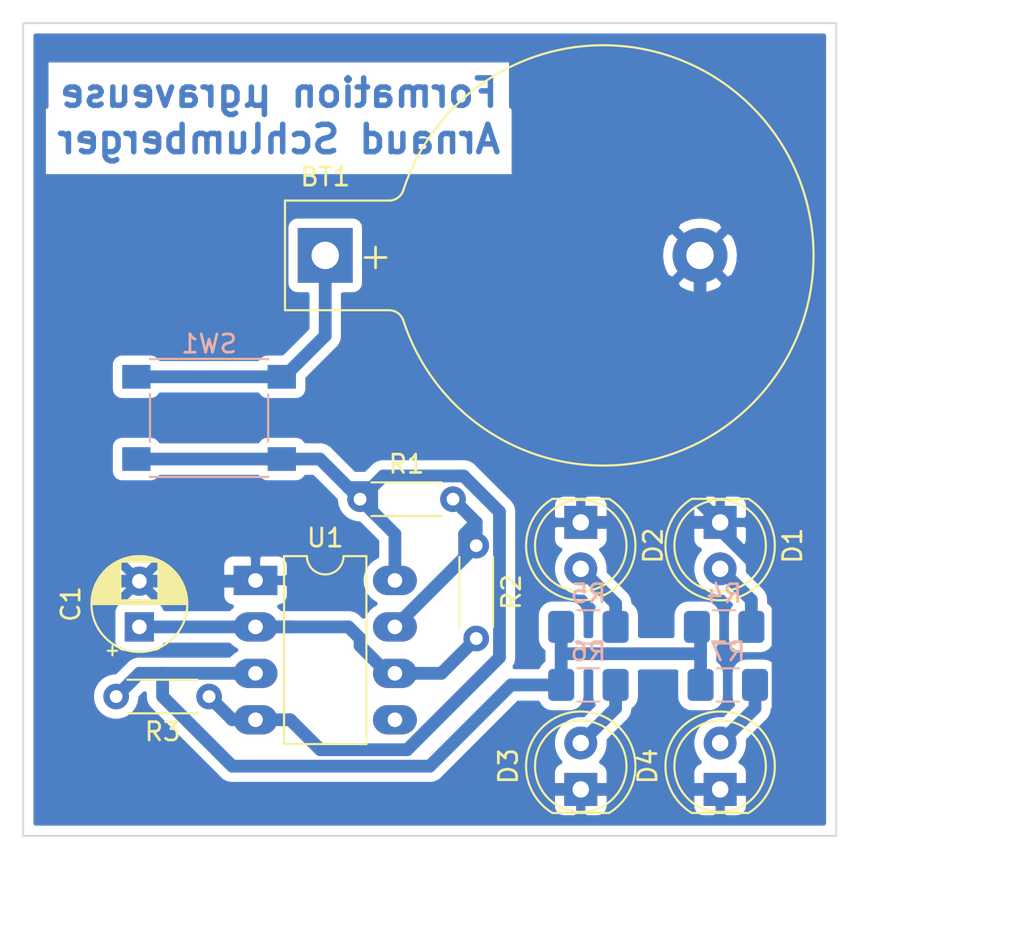
<source format=kicad_pcb>
(kicad_pcb (version 20171130) (host pcbnew 5.1.5-52549c5~84~ubuntu19.04.1)

  (general
    (thickness 1.6)
    (drawings 8)
    (tracks 79)
    (zones 0)
    (modules 15)
    (nets 12)
  )

  (page A4)
  (layers
    (0 F.Cu signal)
    (31 B.Cu signal)
    (32 B.Adhes user)
    (33 F.Adhes user)
    (34 B.Paste user)
    (35 F.Paste user)
    (36 B.SilkS user)
    (37 F.SilkS user)
    (38 B.Mask user)
    (39 F.Mask user)
    (40 Dwgs.User user)
    (41 Cmts.User user)
    (42 Eco1.User user)
    (43 Eco2.User user)
    (44 Edge.Cuts user)
    (45 Margin user)
    (46 B.CrtYd user)
    (47 F.CrtYd user)
    (48 B.Fab user)
    (49 F.Fab user)
  )

  (setup
    (last_trace_width 0.25)
    (user_trace_width 0.7)
    (trace_clearance 0.2)
    (zone_clearance 0.508)
    (zone_45_only no)
    (trace_min 0.2)
    (via_size 0.8)
    (via_drill 0.4)
    (via_min_size 0.4)
    (via_min_drill 0.3)
    (uvia_size 0.3)
    (uvia_drill 0.1)
    (uvias_allowed no)
    (uvia_min_size 0.2)
    (uvia_min_drill 0.1)
    (edge_width 0.05)
    (segment_width 0.2)
    (pcb_text_width 0.3)
    (pcb_text_size 1.5 1.5)
    (mod_edge_width 0.12)
    (mod_text_size 1 1)
    (mod_text_width 0.15)
    (pad_size 1.524 1.524)
    (pad_drill 0.762)
    (pad_to_mask_clearance 0.051)
    (solder_mask_min_width 0.25)
    (aux_axis_origin 0 0)
    (visible_elements FFFFFF7F)
    (pcbplotparams
      (layerselection 0x010fc_ffffffff)
      (usegerberextensions false)
      (usegerberattributes false)
      (usegerberadvancedattributes false)
      (creategerberjobfile false)
      (excludeedgelayer true)
      (linewidth 0.100000)
      (plotframeref false)
      (viasonmask false)
      (mode 1)
      (useauxorigin false)
      (hpglpennumber 1)
      (hpglpenspeed 20)
      (hpglpendiameter 15.000000)
      (psnegative false)
      (psa4output false)
      (plotreference true)
      (plotvalue true)
      (plotinvisibletext false)
      (padsonsilk false)
      (subtractmaskfromsilk false)
      (outputformat 1)
      (mirror false)
      (drillshape 0)
      (scaleselection 1)
      (outputdirectory "../../../../../../media/arn/REX-USB/CAO/PCB outputs/AAAA/"))
  )

  (net 0 "")
  (net 1 "Net-(BT1-Pad1)")
  (net 2 GND)
  (net 3 "Net-(C1-Pad1)")
  (net 4 "Net-(D1-Pad2)")
  (net 5 "Net-(D2-Pad2)")
  (net 6 "Net-(D3-Pad2)")
  (net 7 "Net-(D4-Pad2)")
  (net 8 "Net-(R1-Pad2)")
  (net 9 +3V3)
  (net 10 "Net-(R3-Pad2)")
  (net 11 "Net-(U1-Pad5)")

  (net_class Default "This is the default net class."
    (clearance 0.2)
    (trace_width 0.25)
    (via_dia 0.8)
    (via_drill 0.4)
    (uvia_dia 0.3)
    (uvia_drill 0.1)
    (add_net +3V3)
    (add_net GND)
    (add_net "Net-(BT1-Pad1)")
    (add_net "Net-(C1-Pad1)")
    (add_net "Net-(D1-Pad2)")
    (add_net "Net-(D2-Pad2)")
    (add_net "Net-(D3-Pad2)")
    (add_net "Net-(D4-Pad2)")
    (add_net "Net-(R1-Pad2)")
    (add_net "Net-(R3-Pad2)")
    (add_net "Net-(U1-Pad5)")
  )

  (module Button_Switch_SMD:SW_Push_1P1T_NO_6x6mm_H9.5mm (layer B.Cu) (tedit 5D99C509) (tstamp 5D9862C3)
    (at 176.53 86.36 180)
    (descr "tactile push button, 6x6mm e.g. PTS645xx series, height=9.5mm")
    (tags "tact sw push 6mm smd")
    (path /5D9177AD)
    (attr smd)
    (fp_text reference SW1 (at 0 4.05 180) (layer B.SilkS)
      (effects (font (size 1 1) (thickness 0.15)) (justify mirror))
    )
    (fp_text value SW_Push_Dual (at 0 -4.15 180) (layer B.Fab)
      (effects (font (size 1 1) (thickness 0.15)) (justify mirror))
    )
    (fp_circle (center 0 0) (end 1.75 0.05) (layer B.Fab) (width 0.1))
    (fp_line (start -3.23 -3.23) (end 3.23 -3.23) (layer B.SilkS) (width 0.12))
    (fp_line (start -3.23 1.3) (end -3.23 -1.3) (layer B.SilkS) (width 0.12))
    (fp_line (start -3.23 3.23) (end 3.23 3.23) (layer B.SilkS) (width 0.12))
    (fp_line (start 3.23 1.3) (end 3.23 -1.3) (layer B.SilkS) (width 0.12))
    (fp_line (start -3.23 3.2) (end -3.23 3.23) (layer B.SilkS) (width 0.12))
    (fp_line (start -3.23 -3.23) (end -3.23 -3.2) (layer B.SilkS) (width 0.12))
    (fp_line (start 3.23 -3.23) (end 3.23 -3.2) (layer B.SilkS) (width 0.12))
    (fp_line (start 3.23 3.23) (end 3.23 3.2) (layer B.SilkS) (width 0.12))
    (fp_line (start -5 3.25) (end 5 3.25) (layer B.CrtYd) (width 0.05))
    (fp_line (start -5 -3.25) (end 5 -3.25) (layer B.CrtYd) (width 0.05))
    (fp_line (start -5 3.25) (end -5 -3.25) (layer B.CrtYd) (width 0.05))
    (fp_line (start 5 -3.25) (end 5 3.25) (layer B.CrtYd) (width 0.05))
    (fp_line (start 3 3) (end -3 3) (layer B.Fab) (width 0.1))
    (fp_line (start 3 -3) (end 3 3) (layer B.Fab) (width 0.1))
    (fp_line (start -3 -3) (end 3 -3) (layer B.Fab) (width 0.1))
    (fp_line (start -3 3) (end -3 -3) (layer B.Fab) (width 0.1))
    (fp_text user %R (at 0 4.05 180) (layer B.Fab)
      (effects (font (size 1 1) (thickness 0.15)) (justify mirror))
    )
    (pad 2 smd rect (at 3.975 -2.25 180) (size 1.55 1.3) (layers B.Cu B.Paste B.Mask)
      (net 9 +3V3))
    (pad 3 smd rect (at 3.975 2.25 180) (size 1.55 1.3) (layers B.Cu B.Paste B.Mask)
      (net 1 "Net-(BT1-Pad1)"))
    (pad 1 smd rect (at -3.975 2.25 180) (size 1.55 1.3) (layers B.Cu B.Paste B.Mask)
      (net 1 "Net-(BT1-Pad1)"))
    (pad 4 smd rect (at -3.975 -2.25 180) (size 1.55 1.3) (layers B.Cu B.Paste B.Mask)
      (net 9 +3V3))
    (model ${KISYS3DMOD}/Button_Switch_SMD.3dshapes/SW_PUSH_6mm_H9.5mm.wrl
      (at (xyz 0 0 0))
      (scale (xyz 1 1 1))
      (rotate (xyz 0 0 0))
    )
  )

  (module Package_DIP:DIP-8_W7.62mm_LongPads (layer F.Cu) (tedit 5A02E8C5) (tstamp 5D9862DF)
    (at 179.07 95.25)
    (descr "8-lead though-hole mounted DIP package, row spacing 7.62 mm (300 mils), LongPads")
    (tags "THT DIP DIL PDIP 2.54mm 7.62mm 300mil LongPads")
    (path /5D8FCBF3)
    (fp_text reference U1 (at 3.81 -2.33) (layer F.SilkS)
      (effects (font (size 1 1) (thickness 0.15)))
    )
    (fp_text value NE555 (at 3.81 9.95) (layer F.Fab)
      (effects (font (size 1 1) (thickness 0.15)))
    )
    (fp_text user %R (at 3.81 3.81) (layer F.Fab)
      (effects (font (size 1 1) (thickness 0.15)))
    )
    (fp_line (start 9.1 -1.55) (end -1.45 -1.55) (layer F.CrtYd) (width 0.05))
    (fp_line (start 9.1 9.15) (end 9.1 -1.55) (layer F.CrtYd) (width 0.05))
    (fp_line (start -1.45 9.15) (end 9.1 9.15) (layer F.CrtYd) (width 0.05))
    (fp_line (start -1.45 -1.55) (end -1.45 9.15) (layer F.CrtYd) (width 0.05))
    (fp_line (start 6.06 -1.33) (end 4.81 -1.33) (layer F.SilkS) (width 0.12))
    (fp_line (start 6.06 8.95) (end 6.06 -1.33) (layer F.SilkS) (width 0.12))
    (fp_line (start 1.56 8.95) (end 6.06 8.95) (layer F.SilkS) (width 0.12))
    (fp_line (start 1.56 -1.33) (end 1.56 8.95) (layer F.SilkS) (width 0.12))
    (fp_line (start 2.81 -1.33) (end 1.56 -1.33) (layer F.SilkS) (width 0.12))
    (fp_line (start 0.635 -0.27) (end 1.635 -1.27) (layer F.Fab) (width 0.1))
    (fp_line (start 0.635 8.89) (end 0.635 -0.27) (layer F.Fab) (width 0.1))
    (fp_line (start 6.985 8.89) (end 0.635 8.89) (layer F.Fab) (width 0.1))
    (fp_line (start 6.985 -1.27) (end 6.985 8.89) (layer F.Fab) (width 0.1))
    (fp_line (start 1.635 -1.27) (end 6.985 -1.27) (layer F.Fab) (width 0.1))
    (fp_arc (start 3.81 -1.33) (end 2.81 -1.33) (angle -180) (layer F.SilkS) (width 0.12))
    (pad 8 thru_hole oval (at 7.62 0) (size 2.4 1.6) (drill 0.8) (layers *.Cu *.Mask)
      (net 9 +3V3))
    (pad 4 thru_hole oval (at 0 7.62) (size 2.4 1.6) (drill 0.8) (layers *.Cu *.Mask)
      (net 9 +3V3))
    (pad 7 thru_hole oval (at 7.62 2.54) (size 2.4 1.6) (drill 0.8) (layers *.Cu *.Mask)
      (net 8 "Net-(R1-Pad2)"))
    (pad 3 thru_hole oval (at 0 5.08) (size 2.4 1.6) (drill 0.8) (layers *.Cu *.Mask)
      (net 10 "Net-(R3-Pad2)"))
    (pad 6 thru_hole oval (at 7.62 5.08) (size 2.4 1.6) (drill 0.8) (layers *.Cu *.Mask)
      (net 3 "Net-(C1-Pad1)"))
    (pad 2 thru_hole oval (at 0 2.54) (size 2.4 1.6) (drill 0.8) (layers *.Cu *.Mask)
      (net 3 "Net-(C1-Pad1)"))
    (pad 5 thru_hole oval (at 7.62 7.62) (size 2.4 1.6) (drill 0.8) (layers *.Cu *.Mask)
      (net 11 "Net-(U1-Pad5)"))
    (pad 1 thru_hole rect (at 0 0) (size 2.4 1.6) (drill 0.8) (layers *.Cu *.Mask)
      (net 2 GND))
    (model ${KISYS3DMOD}/Package_DIP.3dshapes/DIP-8_W7.62mm.wrl
      (at (xyz 0 0 0))
      (scale (xyz 1 1 1))
      (rotate (xyz 0 0 0))
    )
  )

  (module Resistor_SMD:R_1206_3216Metric_Pad1.42x1.75mm_HandSolder (layer B.Cu) (tedit 5B301BBD) (tstamp 5D98750D)
    (at 204.8875 100.965 180)
    (descr "Resistor SMD 1206 (3216 Metric), square (rectangular) end terminal, IPC_7351 nominal with elongated pad for handsoldering. (Body size source: http://www.tortai-tech.com/upload/download/2011102023233369053.pdf), generated with kicad-footprint-generator")
    (tags "resistor handsolder")
    (path /5D90642D)
    (attr smd)
    (fp_text reference R7 (at 0 1.82) (layer B.SilkS)
      (effects (font (size 1 1) (thickness 0.15)) (justify mirror))
    )
    (fp_text value 1kR (at 0 -1.82) (layer B.Fab)
      (effects (font (size 1 1) (thickness 0.15)) (justify mirror))
    )
    (fp_text user %R (at 0 0) (layer B.Fab)
      (effects (font (size 0.8 0.8) (thickness 0.12)) (justify mirror))
    )
    (fp_line (start 2.45 -1.12) (end -2.45 -1.12) (layer B.CrtYd) (width 0.05))
    (fp_line (start 2.45 1.12) (end 2.45 -1.12) (layer B.CrtYd) (width 0.05))
    (fp_line (start -2.45 1.12) (end 2.45 1.12) (layer B.CrtYd) (width 0.05))
    (fp_line (start -2.45 -1.12) (end -2.45 1.12) (layer B.CrtYd) (width 0.05))
    (fp_line (start -0.602064 -0.91) (end 0.602064 -0.91) (layer B.SilkS) (width 0.12))
    (fp_line (start -0.602064 0.91) (end 0.602064 0.91) (layer B.SilkS) (width 0.12))
    (fp_line (start 1.6 -0.8) (end -1.6 -0.8) (layer B.Fab) (width 0.1))
    (fp_line (start 1.6 0.8) (end 1.6 -0.8) (layer B.Fab) (width 0.1))
    (fp_line (start -1.6 0.8) (end 1.6 0.8) (layer B.Fab) (width 0.1))
    (fp_line (start -1.6 -0.8) (end -1.6 0.8) (layer B.Fab) (width 0.1))
    (pad 2 smd roundrect (at 1.4875 0 180) (size 1.425 1.75) (layers B.Cu B.Paste B.Mask) (roundrect_rratio 0.175439)
      (net 10 "Net-(R3-Pad2)"))
    (pad 1 smd roundrect (at -1.4875 0 180) (size 1.425 1.75) (layers B.Cu B.Paste B.Mask) (roundrect_rratio 0.175439)
      (net 7 "Net-(D4-Pad2)"))
    (model ${KISYS3DMOD}/Resistor_SMD.3dshapes/R_1206_3216Metric.wrl
      (at (xyz 0 0 0))
      (scale (xyz 1 1 1))
      (rotate (xyz 0 0 0))
    )
  )

  (module Resistor_SMD:R_1206_3216Metric_Pad1.42x1.75mm_HandSolder (layer B.Cu) (tedit 5B301BBD) (tstamp 5D986298)
    (at 197.2675 100.965 180)
    (descr "Resistor SMD 1206 (3216 Metric), square (rectangular) end terminal, IPC_7351 nominal with elongated pad for handsoldering. (Body size source: http://www.tortai-tech.com/upload/download/2011102023233369053.pdf), generated with kicad-footprint-generator")
    (tags "resistor handsolder")
    (path /5D9060E7)
    (attr smd)
    (fp_text reference R6 (at 0 1.82) (layer B.SilkS)
      (effects (font (size 1 1) (thickness 0.15)) (justify mirror))
    )
    (fp_text value 1kR (at 0 -1.82) (layer B.Fab)
      (effects (font (size 1 1) (thickness 0.15)) (justify mirror))
    )
    (fp_text user %R (at 0 0) (layer B.Fab)
      (effects (font (size 0.8 0.8) (thickness 0.12)) (justify mirror))
    )
    (fp_line (start 2.45 -1.12) (end -2.45 -1.12) (layer B.CrtYd) (width 0.05))
    (fp_line (start 2.45 1.12) (end 2.45 -1.12) (layer B.CrtYd) (width 0.05))
    (fp_line (start -2.45 1.12) (end 2.45 1.12) (layer B.CrtYd) (width 0.05))
    (fp_line (start -2.45 -1.12) (end -2.45 1.12) (layer B.CrtYd) (width 0.05))
    (fp_line (start -0.602064 -0.91) (end 0.602064 -0.91) (layer B.SilkS) (width 0.12))
    (fp_line (start -0.602064 0.91) (end 0.602064 0.91) (layer B.SilkS) (width 0.12))
    (fp_line (start 1.6 -0.8) (end -1.6 -0.8) (layer B.Fab) (width 0.1))
    (fp_line (start 1.6 0.8) (end 1.6 -0.8) (layer B.Fab) (width 0.1))
    (fp_line (start -1.6 0.8) (end 1.6 0.8) (layer B.Fab) (width 0.1))
    (fp_line (start -1.6 -0.8) (end -1.6 0.8) (layer B.Fab) (width 0.1))
    (pad 2 smd roundrect (at 1.4875 0 180) (size 1.425 1.75) (layers B.Cu B.Paste B.Mask) (roundrect_rratio 0.175439)
      (net 10 "Net-(R3-Pad2)"))
    (pad 1 smd roundrect (at -1.4875 0 180) (size 1.425 1.75) (layers B.Cu B.Paste B.Mask) (roundrect_rratio 0.175439)
      (net 6 "Net-(D3-Pad2)"))
    (model ${KISYS3DMOD}/Resistor_SMD.3dshapes/R_1206_3216Metric.wrl
      (at (xyz 0 0 0))
      (scale (xyz 1 1 1))
      (rotate (xyz 0 0 0))
    )
  )

  (module Resistor_SMD:R_1206_3216Metric_Pad1.42x1.75mm_HandSolder (layer B.Cu) (tedit 5B301BBD) (tstamp 5D987B7C)
    (at 197.2675 97.79 180)
    (descr "Resistor SMD 1206 (3216 Metric), square (rectangular) end terminal, IPC_7351 nominal with elongated pad for handsoldering. (Body size source: http://www.tortai-tech.com/upload/download/2011102023233369053.pdf), generated with kicad-footprint-generator")
    (tags "resistor handsolder")
    (path /5D906CE3)
    (attr smd)
    (fp_text reference R5 (at 0 1.82) (layer B.SilkS)
      (effects (font (size 1 1) (thickness 0.15)) (justify mirror))
    )
    (fp_text value 1kR (at 0 -1.82) (layer B.Fab)
      (effects (font (size 1 1) (thickness 0.15)) (justify mirror))
    )
    (fp_text user %R (at 0 0) (layer B.Fab)
      (effects (font (size 0.8 0.8) (thickness 0.12)) (justify mirror))
    )
    (fp_line (start 2.45 -1.12) (end -2.45 -1.12) (layer B.CrtYd) (width 0.05))
    (fp_line (start 2.45 1.12) (end 2.45 -1.12) (layer B.CrtYd) (width 0.05))
    (fp_line (start -2.45 1.12) (end 2.45 1.12) (layer B.CrtYd) (width 0.05))
    (fp_line (start -2.45 -1.12) (end -2.45 1.12) (layer B.CrtYd) (width 0.05))
    (fp_line (start -0.602064 -0.91) (end 0.602064 -0.91) (layer B.SilkS) (width 0.12))
    (fp_line (start -0.602064 0.91) (end 0.602064 0.91) (layer B.SilkS) (width 0.12))
    (fp_line (start 1.6 -0.8) (end -1.6 -0.8) (layer B.Fab) (width 0.1))
    (fp_line (start 1.6 0.8) (end 1.6 -0.8) (layer B.Fab) (width 0.1))
    (fp_line (start -1.6 0.8) (end 1.6 0.8) (layer B.Fab) (width 0.1))
    (fp_line (start -1.6 -0.8) (end -1.6 0.8) (layer B.Fab) (width 0.1))
    (pad 2 smd roundrect (at 1.4875 0 180) (size 1.425 1.75) (layers B.Cu B.Paste B.Mask) (roundrect_rratio 0.175439)
      (net 10 "Net-(R3-Pad2)"))
    (pad 1 smd roundrect (at -1.4875 0 180) (size 1.425 1.75) (layers B.Cu B.Paste B.Mask) (roundrect_rratio 0.175439)
      (net 5 "Net-(D2-Pad2)"))
    (model ${KISYS3DMOD}/Resistor_SMD.3dshapes/R_1206_3216Metric.wrl
      (at (xyz 0 0 0))
      (scale (xyz 1 1 1))
      (rotate (xyz 0 0 0))
    )
  )

  (module Resistor_SMD:R_1206_3216Metric_Pad1.42x1.75mm_HandSolder (layer B.Cu) (tedit 5B301BBD) (tstamp 5D987715)
    (at 204.6875 97.79 180)
    (descr "Resistor SMD 1206 (3216 Metric), square (rectangular) end terminal, IPC_7351 nominal with elongated pad for handsoldering. (Body size source: http://www.tortai-tech.com/upload/download/2011102023233369053.pdf), generated with kicad-footprint-generator")
    (tags "resistor handsolder")
    (path /5D905DDE)
    (attr smd)
    (fp_text reference R4 (at 0 1.82) (layer B.SilkS)
      (effects (font (size 1 1) (thickness 0.15)) (justify mirror))
    )
    (fp_text value 1kR (at 0 -1.82) (layer B.Fab)
      (effects (font (size 1 1) (thickness 0.15)) (justify mirror))
    )
    (fp_text user %R (at 0 0) (layer B.Fab)
      (effects (font (size 0.8 0.8) (thickness 0.12)) (justify mirror))
    )
    (fp_line (start 2.45 -1.12) (end -2.45 -1.12) (layer B.CrtYd) (width 0.05))
    (fp_line (start 2.45 1.12) (end 2.45 -1.12) (layer B.CrtYd) (width 0.05))
    (fp_line (start -2.45 1.12) (end 2.45 1.12) (layer B.CrtYd) (width 0.05))
    (fp_line (start -2.45 -1.12) (end -2.45 1.12) (layer B.CrtYd) (width 0.05))
    (fp_line (start -0.602064 -0.91) (end 0.602064 -0.91) (layer B.SilkS) (width 0.12))
    (fp_line (start -0.602064 0.91) (end 0.602064 0.91) (layer B.SilkS) (width 0.12))
    (fp_line (start 1.6 -0.8) (end -1.6 -0.8) (layer B.Fab) (width 0.1))
    (fp_line (start 1.6 0.8) (end 1.6 -0.8) (layer B.Fab) (width 0.1))
    (fp_line (start -1.6 0.8) (end 1.6 0.8) (layer B.Fab) (width 0.1))
    (fp_line (start -1.6 -0.8) (end -1.6 0.8) (layer B.Fab) (width 0.1))
    (pad 2 smd roundrect (at 1.4875 0 180) (size 1.425 1.75) (layers B.Cu B.Paste B.Mask) (roundrect_rratio 0.175439)
      (net 10 "Net-(R3-Pad2)"))
    (pad 1 smd roundrect (at -1.4875 0 180) (size 1.425 1.75) (layers B.Cu B.Paste B.Mask) (roundrect_rratio 0.175439)
      (net 4 "Net-(D1-Pad2)"))
    (model ${KISYS3DMOD}/Resistor_SMD.3dshapes/R_1206_3216Metric.wrl
      (at (xyz 0 0 0))
      (scale (xyz 1 1 1))
      (rotate (xyz 0 0 0))
    )
  )

  (module Resistor_THT:R_Axial_DIN0204_L3.6mm_D1.6mm_P5.08mm_Horizontal (layer F.Cu) (tedit 5AE5139B) (tstamp 5D986265)
    (at 176.53 101.6 180)
    (descr "Resistor, Axial_DIN0204 series, Axial, Horizontal, pin pitch=5.08mm, 0.167W, length*diameter=3.6*1.6mm^2, http://cdn-reichelt.de/documents/datenblatt/B400/1_4W%23YAG.pdf")
    (tags "Resistor Axial_DIN0204 series Axial Horizontal pin pitch 5.08mm 0.167W length 3.6mm diameter 1.6mm")
    (path /5D8FD0DB)
    (fp_text reference R3 (at 2.54 -1.92) (layer F.SilkS)
      (effects (font (size 1 1) (thickness 0.15)))
    )
    (fp_text value 100kR (at 2.54 1.92) (layer F.Fab)
      (effects (font (size 1 1) (thickness 0.15)))
    )
    (fp_text user %R (at 2.54 0) (layer F.Fab)
      (effects (font (size 0.72 0.72) (thickness 0.108)))
    )
    (fp_line (start 6.03 -1.05) (end -0.95 -1.05) (layer F.CrtYd) (width 0.05))
    (fp_line (start 6.03 1.05) (end 6.03 -1.05) (layer F.CrtYd) (width 0.05))
    (fp_line (start -0.95 1.05) (end 6.03 1.05) (layer F.CrtYd) (width 0.05))
    (fp_line (start -0.95 -1.05) (end -0.95 1.05) (layer F.CrtYd) (width 0.05))
    (fp_line (start 0.62 0.92) (end 4.46 0.92) (layer F.SilkS) (width 0.12))
    (fp_line (start 0.62 -0.92) (end 4.46 -0.92) (layer F.SilkS) (width 0.12))
    (fp_line (start 5.08 0) (end 4.34 0) (layer F.Fab) (width 0.1))
    (fp_line (start 0 0) (end 0.74 0) (layer F.Fab) (width 0.1))
    (fp_line (start 4.34 -0.8) (end 0.74 -0.8) (layer F.Fab) (width 0.1))
    (fp_line (start 4.34 0.8) (end 4.34 -0.8) (layer F.Fab) (width 0.1))
    (fp_line (start 0.74 0.8) (end 4.34 0.8) (layer F.Fab) (width 0.1))
    (fp_line (start 0.74 -0.8) (end 0.74 0.8) (layer F.Fab) (width 0.1))
    (pad 2 thru_hole oval (at 5.08 0 180) (size 1.4 1.4) (drill 0.7) (layers *.Cu *.Mask)
      (net 10 "Net-(R3-Pad2)"))
    (pad 1 thru_hole circle (at 0 0 180) (size 1.4 1.4) (drill 0.7) (layers *.Cu *.Mask)
      (net 9 +3V3))
    (model ${KISYS3DMOD}/Resistor_THT.3dshapes/R_Axial_DIN0204_L3.6mm_D1.6mm_P5.08mm_Horizontal.wrl
      (at (xyz 0 0 0))
      (scale (xyz 1 1 1))
      (rotate (xyz 0 0 0))
    )
  )

  (module Resistor_THT:R_Axial_DIN0204_L3.6mm_D1.6mm_P5.08mm_Horizontal (layer F.Cu) (tedit 5AE5139B) (tstamp 5D9872F9)
    (at 191.135 93.345 270)
    (descr "Resistor, Axial_DIN0204 series, Axial, Horizontal, pin pitch=5.08mm, 0.167W, length*diameter=3.6*1.6mm^2, http://cdn-reichelt.de/documents/datenblatt/B400/1_4W%23YAG.pdf")
    (tags "Resistor Axial_DIN0204 series Axial Horizontal pin pitch 5.08mm 0.167W length 3.6mm diameter 1.6mm")
    (path /5D8FD60B)
    (fp_text reference R2 (at 2.54 -1.92 90) (layer F.SilkS)
      (effects (font (size 1 1) (thickness 0.15)))
    )
    (fp_text value 360kR (at 2.54 1.92 90) (layer F.Fab)
      (effects (font (size 1 1) (thickness 0.15)))
    )
    (fp_text user %R (at 2.54 0 90) (layer F.Fab)
      (effects (font (size 0.72 0.72) (thickness 0.108)))
    )
    (fp_line (start 6.03 -1.05) (end -0.95 -1.05) (layer F.CrtYd) (width 0.05))
    (fp_line (start 6.03 1.05) (end 6.03 -1.05) (layer F.CrtYd) (width 0.05))
    (fp_line (start -0.95 1.05) (end 6.03 1.05) (layer F.CrtYd) (width 0.05))
    (fp_line (start -0.95 -1.05) (end -0.95 1.05) (layer F.CrtYd) (width 0.05))
    (fp_line (start 0.62 0.92) (end 4.46 0.92) (layer F.SilkS) (width 0.12))
    (fp_line (start 0.62 -0.92) (end 4.46 -0.92) (layer F.SilkS) (width 0.12))
    (fp_line (start 5.08 0) (end 4.34 0) (layer F.Fab) (width 0.1))
    (fp_line (start 0 0) (end 0.74 0) (layer F.Fab) (width 0.1))
    (fp_line (start 4.34 -0.8) (end 0.74 -0.8) (layer F.Fab) (width 0.1))
    (fp_line (start 4.34 0.8) (end 4.34 -0.8) (layer F.Fab) (width 0.1))
    (fp_line (start 0.74 0.8) (end 4.34 0.8) (layer F.Fab) (width 0.1))
    (fp_line (start 0.74 -0.8) (end 0.74 0.8) (layer F.Fab) (width 0.1))
    (pad 2 thru_hole oval (at 5.08 0 270) (size 1.4 1.4) (drill 0.7) (layers *.Cu *.Mask)
      (net 3 "Net-(C1-Pad1)"))
    (pad 1 thru_hole circle (at 0 0 270) (size 1.4 1.4) (drill 0.7) (layers *.Cu *.Mask)
      (net 8 "Net-(R1-Pad2)"))
    (model ${KISYS3DMOD}/Resistor_THT.3dshapes/R_Axial_DIN0204_L3.6mm_D1.6mm_P5.08mm_Horizontal.wrl
      (at (xyz 0 0 0))
      (scale (xyz 1 1 1))
      (rotate (xyz 0 0 0))
    )
  )

  (module Resistor_THT:R_Axial_DIN0204_L3.6mm_D1.6mm_P5.08mm_Horizontal (layer F.Cu) (tedit 5AE5139B) (tstamp 5D98623F)
    (at 184.785 90.805)
    (descr "Resistor, Axial_DIN0204 series, Axial, Horizontal, pin pitch=5.08mm, 0.167W, length*diameter=3.6*1.6mm^2, http://cdn-reichelt.de/documents/datenblatt/B400/1_4W%23YAG.pdf")
    (tags "Resistor Axial_DIN0204 series Axial Horizontal pin pitch 5.08mm 0.167W length 3.6mm diameter 1.6mm")
    (path /5D8FD1FC)
    (fp_text reference R1 (at 2.54 -1.92) (layer F.SilkS)
      (effects (font (size 1 1) (thickness 0.15)))
    )
    (fp_text value 1kR (at 2.54 1.92) (layer F.Fab)
      (effects (font (size 1 1) (thickness 0.15)))
    )
    (fp_text user %R (at 2.54 0) (layer F.Fab)
      (effects (font (size 0.72 0.72) (thickness 0.108)))
    )
    (fp_line (start 6.03 -1.05) (end -0.95 -1.05) (layer F.CrtYd) (width 0.05))
    (fp_line (start 6.03 1.05) (end 6.03 -1.05) (layer F.CrtYd) (width 0.05))
    (fp_line (start -0.95 1.05) (end 6.03 1.05) (layer F.CrtYd) (width 0.05))
    (fp_line (start -0.95 -1.05) (end -0.95 1.05) (layer F.CrtYd) (width 0.05))
    (fp_line (start 0.62 0.92) (end 4.46 0.92) (layer F.SilkS) (width 0.12))
    (fp_line (start 0.62 -0.92) (end 4.46 -0.92) (layer F.SilkS) (width 0.12))
    (fp_line (start 5.08 0) (end 4.34 0) (layer F.Fab) (width 0.1))
    (fp_line (start 0 0) (end 0.74 0) (layer F.Fab) (width 0.1))
    (fp_line (start 4.34 -0.8) (end 0.74 -0.8) (layer F.Fab) (width 0.1))
    (fp_line (start 4.34 0.8) (end 4.34 -0.8) (layer F.Fab) (width 0.1))
    (fp_line (start 0.74 0.8) (end 4.34 0.8) (layer F.Fab) (width 0.1))
    (fp_line (start 0.74 -0.8) (end 0.74 0.8) (layer F.Fab) (width 0.1))
    (pad 2 thru_hole oval (at 5.08 0) (size 1.4 1.4) (drill 0.7) (layers *.Cu *.Mask)
      (net 8 "Net-(R1-Pad2)"))
    (pad 1 thru_hole circle (at 0 0) (size 1.4 1.4) (drill 0.7) (layers *.Cu *.Mask)
      (net 9 +3V3))
    (model ${KISYS3DMOD}/Resistor_THT.3dshapes/R_Axial_DIN0204_L3.6mm_D1.6mm_P5.08mm_Horizontal.wrl
      (at (xyz 0 0 0))
      (scale (xyz 1 1 1))
      (rotate (xyz 0 0 0))
    )
  )

  (module LED_THT:LED_D5.0mm (layer F.Cu) (tedit 5995936A) (tstamp 5D98622C)
    (at 204.47 106.68 90)
    (descr "LED, diameter 5.0mm, 2 pins, http://cdn-reichelt.de/documents/datenblatt/A500/LL-504BC2E-009.pdf")
    (tags "LED diameter 5.0mm 2 pins")
    (path /5D903C91)
    (fp_text reference D4 (at 1.27 -3.96 90) (layer F.SilkS)
      (effects (font (size 1 1) (thickness 0.15)))
    )
    (fp_text value LED (at 1.27 3.96 90) (layer F.Fab)
      (effects (font (size 1 1) (thickness 0.15)))
    )
    (fp_text user %R (at 1.25 0 90) (layer F.Fab)
      (effects (font (size 0.8 0.8) (thickness 0.2)))
    )
    (fp_line (start 4.5 -3.25) (end -1.95 -3.25) (layer F.CrtYd) (width 0.05))
    (fp_line (start 4.5 3.25) (end 4.5 -3.25) (layer F.CrtYd) (width 0.05))
    (fp_line (start -1.95 3.25) (end 4.5 3.25) (layer F.CrtYd) (width 0.05))
    (fp_line (start -1.95 -3.25) (end -1.95 3.25) (layer F.CrtYd) (width 0.05))
    (fp_line (start -1.29 -1.545) (end -1.29 1.545) (layer F.SilkS) (width 0.12))
    (fp_line (start -1.23 -1.469694) (end -1.23 1.469694) (layer F.Fab) (width 0.1))
    (fp_circle (center 1.27 0) (end 3.77 0) (layer F.SilkS) (width 0.12))
    (fp_circle (center 1.27 0) (end 3.77 0) (layer F.Fab) (width 0.1))
    (fp_arc (start 1.27 0) (end -1.29 1.54483) (angle -148.9) (layer F.SilkS) (width 0.12))
    (fp_arc (start 1.27 0) (end -1.29 -1.54483) (angle 148.9) (layer F.SilkS) (width 0.12))
    (fp_arc (start 1.27 0) (end -1.23 -1.469694) (angle 299.1) (layer F.Fab) (width 0.1))
    (pad 2 thru_hole circle (at 2.54 0 90) (size 1.8 1.8) (drill 0.9) (layers *.Cu *.Mask)
      (net 7 "Net-(D4-Pad2)"))
    (pad 1 thru_hole rect (at 0 0 90) (size 1.8 1.8) (drill 0.9) (layers *.Cu *.Mask)
      (net 2 GND))
    (model ${KISYS3DMOD}/LED_THT.3dshapes/LED_D5.0mm.wrl
      (at (xyz 0 0 0))
      (scale (xyz 1 1 1))
      (rotate (xyz 0 0 0))
    )
  )

  (module LED_THT:LED_D5.0mm (layer F.Cu) (tedit 5995936A) (tstamp 5D98621A)
    (at 196.85 106.68 90)
    (descr "LED, diameter 5.0mm, 2 pins, http://cdn-reichelt.de/documents/datenblatt/A500/LL-504BC2E-009.pdf")
    (tags "LED diameter 5.0mm 2 pins")
    (path /5D903986)
    (fp_text reference D3 (at 1.27 -3.96 90) (layer F.SilkS)
      (effects (font (size 1 1) (thickness 0.15)))
    )
    (fp_text value LED (at 1.27 3.96 90) (layer F.Fab)
      (effects (font (size 1 1) (thickness 0.15)))
    )
    (fp_text user %R (at 1.25 0 90) (layer F.Fab)
      (effects (font (size 0.8 0.8) (thickness 0.2)))
    )
    (fp_line (start 4.5 -3.25) (end -1.95 -3.25) (layer F.CrtYd) (width 0.05))
    (fp_line (start 4.5 3.25) (end 4.5 -3.25) (layer F.CrtYd) (width 0.05))
    (fp_line (start -1.95 3.25) (end 4.5 3.25) (layer F.CrtYd) (width 0.05))
    (fp_line (start -1.95 -3.25) (end -1.95 3.25) (layer F.CrtYd) (width 0.05))
    (fp_line (start -1.29 -1.545) (end -1.29 1.545) (layer F.SilkS) (width 0.12))
    (fp_line (start -1.23 -1.469694) (end -1.23 1.469694) (layer F.Fab) (width 0.1))
    (fp_circle (center 1.27 0) (end 3.77 0) (layer F.SilkS) (width 0.12))
    (fp_circle (center 1.27 0) (end 3.77 0) (layer F.Fab) (width 0.1))
    (fp_arc (start 1.27 0) (end -1.29 1.54483) (angle -148.9) (layer F.SilkS) (width 0.12))
    (fp_arc (start 1.27 0) (end -1.29 -1.54483) (angle 148.9) (layer F.SilkS) (width 0.12))
    (fp_arc (start 1.27 0) (end -1.23 -1.469694) (angle 299.1) (layer F.Fab) (width 0.1))
    (pad 2 thru_hole circle (at 2.54 0 90) (size 1.8 1.8) (drill 0.9) (layers *.Cu *.Mask)
      (net 6 "Net-(D3-Pad2)"))
    (pad 1 thru_hole rect (at 0 0 90) (size 1.8 1.8) (drill 0.9) (layers *.Cu *.Mask)
      (net 2 GND))
    (model ${KISYS3DMOD}/LED_THT.3dshapes/LED_D5.0mm.wrl
      (at (xyz 0 0 0))
      (scale (xyz 1 1 1))
      (rotate (xyz 0 0 0))
    )
  )

  (module LED_THT:LED_D5.0mm (layer F.Cu) (tedit 5995936A) (tstamp 5D987404)
    (at 196.85 92.075 270)
    (descr "LED, diameter 5.0mm, 2 pins, http://cdn-reichelt.de/documents/datenblatt/A500/LL-504BC2E-009.pdf")
    (tags "LED diameter 5.0mm 2 pins")
    (path /5D90241D)
    (fp_text reference D2 (at 1.27 -3.96 90) (layer F.SilkS)
      (effects (font (size 1 1) (thickness 0.15)))
    )
    (fp_text value LED (at 1.27 3.96 90) (layer F.Fab)
      (effects (font (size 1 1) (thickness 0.15)))
    )
    (fp_text user %R (at 1.25 0 90) (layer F.Fab)
      (effects (font (size 0.8 0.8) (thickness 0.2)))
    )
    (fp_line (start 4.5 -3.25) (end -1.95 -3.25) (layer F.CrtYd) (width 0.05))
    (fp_line (start 4.5 3.25) (end 4.5 -3.25) (layer F.CrtYd) (width 0.05))
    (fp_line (start -1.95 3.25) (end 4.5 3.25) (layer F.CrtYd) (width 0.05))
    (fp_line (start -1.95 -3.25) (end -1.95 3.25) (layer F.CrtYd) (width 0.05))
    (fp_line (start -1.29 -1.545) (end -1.29 1.545) (layer F.SilkS) (width 0.12))
    (fp_line (start -1.23 -1.469694) (end -1.23 1.469694) (layer F.Fab) (width 0.1))
    (fp_circle (center 1.27 0) (end 3.77 0) (layer F.SilkS) (width 0.12))
    (fp_circle (center 1.27 0) (end 3.77 0) (layer F.Fab) (width 0.1))
    (fp_arc (start 1.27 0) (end -1.29 1.54483) (angle -148.9) (layer F.SilkS) (width 0.12))
    (fp_arc (start 1.27 0) (end -1.29 -1.54483) (angle 148.9) (layer F.SilkS) (width 0.12))
    (fp_arc (start 1.27 0) (end -1.23 -1.469694) (angle 299.1) (layer F.Fab) (width 0.1))
    (pad 2 thru_hole circle (at 2.54 0 270) (size 1.8 1.8) (drill 0.9) (layers *.Cu *.Mask)
      (net 5 "Net-(D2-Pad2)"))
    (pad 1 thru_hole rect (at 0 0 270) (size 1.8 1.8) (drill 0.9) (layers *.Cu *.Mask)
      (net 2 GND))
    (model ${KISYS3DMOD}/LED_THT.3dshapes/LED_D5.0mm.wrl
      (at (xyz 0 0 0))
      (scale (xyz 1 1 1))
      (rotate (xyz 0 0 0))
    )
  )

  (module LED_THT:LED_D5.0mm (layer F.Cu) (tedit 5995936A) (tstamp 5D987437)
    (at 204.47 92.075 270)
    (descr "LED, diameter 5.0mm, 2 pins, http://cdn-reichelt.de/documents/datenblatt/A500/LL-504BC2E-009.pdf")
    (tags "LED diameter 5.0mm 2 pins")
    (path /5D902070)
    (fp_text reference D1 (at 1.27 -3.96 90) (layer F.SilkS)
      (effects (font (size 1 1) (thickness 0.15)))
    )
    (fp_text value LED (at 1.27 3.96 90) (layer F.Fab)
      (effects (font (size 1 1) (thickness 0.15)))
    )
    (fp_text user %R (at 1.25 0 90) (layer F.Fab)
      (effects (font (size 0.8 0.8) (thickness 0.2)))
    )
    (fp_line (start 4.5 -3.25) (end -1.95 -3.25) (layer F.CrtYd) (width 0.05))
    (fp_line (start 4.5 3.25) (end 4.5 -3.25) (layer F.CrtYd) (width 0.05))
    (fp_line (start -1.95 3.25) (end 4.5 3.25) (layer F.CrtYd) (width 0.05))
    (fp_line (start -1.95 -3.25) (end -1.95 3.25) (layer F.CrtYd) (width 0.05))
    (fp_line (start -1.29 -1.545) (end -1.29 1.545) (layer F.SilkS) (width 0.12))
    (fp_line (start -1.23 -1.469694) (end -1.23 1.469694) (layer F.Fab) (width 0.1))
    (fp_circle (center 1.27 0) (end 3.77 0) (layer F.SilkS) (width 0.12))
    (fp_circle (center 1.27 0) (end 3.77 0) (layer F.Fab) (width 0.1))
    (fp_arc (start 1.27 0) (end -1.29 1.54483) (angle -148.9) (layer F.SilkS) (width 0.12))
    (fp_arc (start 1.27 0) (end -1.29 -1.54483) (angle 148.9) (layer F.SilkS) (width 0.12))
    (fp_arc (start 1.27 0) (end -1.23 -1.469694) (angle 299.1) (layer F.Fab) (width 0.1))
    (pad 2 thru_hole circle (at 2.54 0 270) (size 1.8 1.8) (drill 0.9) (layers *.Cu *.Mask)
      (net 4 "Net-(D1-Pad2)"))
    (pad 1 thru_hole rect (at 0 0 270) (size 1.8 1.8) (drill 0.9) (layers *.Cu *.Mask)
      (net 2 GND))
    (model ${KISYS3DMOD}/LED_THT.3dshapes/LED_D5.0mm.wrl
      (at (xyz 0 0 0))
      (scale (xyz 1 1 1))
      (rotate (xyz 0 0 0))
    )
  )

  (module Capacitor_THT:CP_Radial_D5.0mm_P2.50mm (layer F.Cu) (tedit 5AE50EF0) (tstamp 5D9861E4)
    (at 172.72 97.79 90)
    (descr "CP, Radial series, Radial, pin pitch=2.50mm, , diameter=5mm, Electrolytic Capacitor")
    (tags "CP Radial series Radial pin pitch 2.50mm  diameter 5mm Electrolytic Capacitor")
    (path /5D8FDFC4)
    (fp_text reference C1 (at 1.25 -3.75 90) (layer F.SilkS)
      (effects (font (size 1 1) (thickness 0.15)))
    )
    (fp_text value 1uF (at 1.25 3.75 90) (layer F.Fab)
      (effects (font (size 1 1) (thickness 0.15)))
    )
    (fp_text user %R (at 1.25 0 90) (layer F.Fab)
      (effects (font (size 1 1) (thickness 0.15)))
    )
    (fp_line (start -1.304775 -1.725) (end -1.304775 -1.225) (layer F.SilkS) (width 0.12))
    (fp_line (start -1.554775 -1.475) (end -1.054775 -1.475) (layer F.SilkS) (width 0.12))
    (fp_line (start 3.851 -0.284) (end 3.851 0.284) (layer F.SilkS) (width 0.12))
    (fp_line (start 3.811 -0.518) (end 3.811 0.518) (layer F.SilkS) (width 0.12))
    (fp_line (start 3.771 -0.677) (end 3.771 0.677) (layer F.SilkS) (width 0.12))
    (fp_line (start 3.731 -0.805) (end 3.731 0.805) (layer F.SilkS) (width 0.12))
    (fp_line (start 3.691 -0.915) (end 3.691 0.915) (layer F.SilkS) (width 0.12))
    (fp_line (start 3.651 -1.011) (end 3.651 1.011) (layer F.SilkS) (width 0.12))
    (fp_line (start 3.611 -1.098) (end 3.611 1.098) (layer F.SilkS) (width 0.12))
    (fp_line (start 3.571 -1.178) (end 3.571 1.178) (layer F.SilkS) (width 0.12))
    (fp_line (start 3.531 1.04) (end 3.531 1.251) (layer F.SilkS) (width 0.12))
    (fp_line (start 3.531 -1.251) (end 3.531 -1.04) (layer F.SilkS) (width 0.12))
    (fp_line (start 3.491 1.04) (end 3.491 1.319) (layer F.SilkS) (width 0.12))
    (fp_line (start 3.491 -1.319) (end 3.491 -1.04) (layer F.SilkS) (width 0.12))
    (fp_line (start 3.451 1.04) (end 3.451 1.383) (layer F.SilkS) (width 0.12))
    (fp_line (start 3.451 -1.383) (end 3.451 -1.04) (layer F.SilkS) (width 0.12))
    (fp_line (start 3.411 1.04) (end 3.411 1.443) (layer F.SilkS) (width 0.12))
    (fp_line (start 3.411 -1.443) (end 3.411 -1.04) (layer F.SilkS) (width 0.12))
    (fp_line (start 3.371 1.04) (end 3.371 1.5) (layer F.SilkS) (width 0.12))
    (fp_line (start 3.371 -1.5) (end 3.371 -1.04) (layer F.SilkS) (width 0.12))
    (fp_line (start 3.331 1.04) (end 3.331 1.554) (layer F.SilkS) (width 0.12))
    (fp_line (start 3.331 -1.554) (end 3.331 -1.04) (layer F.SilkS) (width 0.12))
    (fp_line (start 3.291 1.04) (end 3.291 1.605) (layer F.SilkS) (width 0.12))
    (fp_line (start 3.291 -1.605) (end 3.291 -1.04) (layer F.SilkS) (width 0.12))
    (fp_line (start 3.251 1.04) (end 3.251 1.653) (layer F.SilkS) (width 0.12))
    (fp_line (start 3.251 -1.653) (end 3.251 -1.04) (layer F.SilkS) (width 0.12))
    (fp_line (start 3.211 1.04) (end 3.211 1.699) (layer F.SilkS) (width 0.12))
    (fp_line (start 3.211 -1.699) (end 3.211 -1.04) (layer F.SilkS) (width 0.12))
    (fp_line (start 3.171 1.04) (end 3.171 1.743) (layer F.SilkS) (width 0.12))
    (fp_line (start 3.171 -1.743) (end 3.171 -1.04) (layer F.SilkS) (width 0.12))
    (fp_line (start 3.131 1.04) (end 3.131 1.785) (layer F.SilkS) (width 0.12))
    (fp_line (start 3.131 -1.785) (end 3.131 -1.04) (layer F.SilkS) (width 0.12))
    (fp_line (start 3.091 1.04) (end 3.091 1.826) (layer F.SilkS) (width 0.12))
    (fp_line (start 3.091 -1.826) (end 3.091 -1.04) (layer F.SilkS) (width 0.12))
    (fp_line (start 3.051 1.04) (end 3.051 1.864) (layer F.SilkS) (width 0.12))
    (fp_line (start 3.051 -1.864) (end 3.051 -1.04) (layer F.SilkS) (width 0.12))
    (fp_line (start 3.011 1.04) (end 3.011 1.901) (layer F.SilkS) (width 0.12))
    (fp_line (start 3.011 -1.901) (end 3.011 -1.04) (layer F.SilkS) (width 0.12))
    (fp_line (start 2.971 1.04) (end 2.971 1.937) (layer F.SilkS) (width 0.12))
    (fp_line (start 2.971 -1.937) (end 2.971 -1.04) (layer F.SilkS) (width 0.12))
    (fp_line (start 2.931 1.04) (end 2.931 1.971) (layer F.SilkS) (width 0.12))
    (fp_line (start 2.931 -1.971) (end 2.931 -1.04) (layer F.SilkS) (width 0.12))
    (fp_line (start 2.891 1.04) (end 2.891 2.004) (layer F.SilkS) (width 0.12))
    (fp_line (start 2.891 -2.004) (end 2.891 -1.04) (layer F.SilkS) (width 0.12))
    (fp_line (start 2.851 1.04) (end 2.851 2.035) (layer F.SilkS) (width 0.12))
    (fp_line (start 2.851 -2.035) (end 2.851 -1.04) (layer F.SilkS) (width 0.12))
    (fp_line (start 2.811 1.04) (end 2.811 2.065) (layer F.SilkS) (width 0.12))
    (fp_line (start 2.811 -2.065) (end 2.811 -1.04) (layer F.SilkS) (width 0.12))
    (fp_line (start 2.771 1.04) (end 2.771 2.095) (layer F.SilkS) (width 0.12))
    (fp_line (start 2.771 -2.095) (end 2.771 -1.04) (layer F.SilkS) (width 0.12))
    (fp_line (start 2.731 1.04) (end 2.731 2.122) (layer F.SilkS) (width 0.12))
    (fp_line (start 2.731 -2.122) (end 2.731 -1.04) (layer F.SilkS) (width 0.12))
    (fp_line (start 2.691 1.04) (end 2.691 2.149) (layer F.SilkS) (width 0.12))
    (fp_line (start 2.691 -2.149) (end 2.691 -1.04) (layer F.SilkS) (width 0.12))
    (fp_line (start 2.651 1.04) (end 2.651 2.175) (layer F.SilkS) (width 0.12))
    (fp_line (start 2.651 -2.175) (end 2.651 -1.04) (layer F.SilkS) (width 0.12))
    (fp_line (start 2.611 1.04) (end 2.611 2.2) (layer F.SilkS) (width 0.12))
    (fp_line (start 2.611 -2.2) (end 2.611 -1.04) (layer F.SilkS) (width 0.12))
    (fp_line (start 2.571 1.04) (end 2.571 2.224) (layer F.SilkS) (width 0.12))
    (fp_line (start 2.571 -2.224) (end 2.571 -1.04) (layer F.SilkS) (width 0.12))
    (fp_line (start 2.531 1.04) (end 2.531 2.247) (layer F.SilkS) (width 0.12))
    (fp_line (start 2.531 -2.247) (end 2.531 -1.04) (layer F.SilkS) (width 0.12))
    (fp_line (start 2.491 1.04) (end 2.491 2.268) (layer F.SilkS) (width 0.12))
    (fp_line (start 2.491 -2.268) (end 2.491 -1.04) (layer F.SilkS) (width 0.12))
    (fp_line (start 2.451 1.04) (end 2.451 2.29) (layer F.SilkS) (width 0.12))
    (fp_line (start 2.451 -2.29) (end 2.451 -1.04) (layer F.SilkS) (width 0.12))
    (fp_line (start 2.411 1.04) (end 2.411 2.31) (layer F.SilkS) (width 0.12))
    (fp_line (start 2.411 -2.31) (end 2.411 -1.04) (layer F.SilkS) (width 0.12))
    (fp_line (start 2.371 1.04) (end 2.371 2.329) (layer F.SilkS) (width 0.12))
    (fp_line (start 2.371 -2.329) (end 2.371 -1.04) (layer F.SilkS) (width 0.12))
    (fp_line (start 2.331 1.04) (end 2.331 2.348) (layer F.SilkS) (width 0.12))
    (fp_line (start 2.331 -2.348) (end 2.331 -1.04) (layer F.SilkS) (width 0.12))
    (fp_line (start 2.291 1.04) (end 2.291 2.365) (layer F.SilkS) (width 0.12))
    (fp_line (start 2.291 -2.365) (end 2.291 -1.04) (layer F.SilkS) (width 0.12))
    (fp_line (start 2.251 1.04) (end 2.251 2.382) (layer F.SilkS) (width 0.12))
    (fp_line (start 2.251 -2.382) (end 2.251 -1.04) (layer F.SilkS) (width 0.12))
    (fp_line (start 2.211 1.04) (end 2.211 2.398) (layer F.SilkS) (width 0.12))
    (fp_line (start 2.211 -2.398) (end 2.211 -1.04) (layer F.SilkS) (width 0.12))
    (fp_line (start 2.171 1.04) (end 2.171 2.414) (layer F.SilkS) (width 0.12))
    (fp_line (start 2.171 -2.414) (end 2.171 -1.04) (layer F.SilkS) (width 0.12))
    (fp_line (start 2.131 1.04) (end 2.131 2.428) (layer F.SilkS) (width 0.12))
    (fp_line (start 2.131 -2.428) (end 2.131 -1.04) (layer F.SilkS) (width 0.12))
    (fp_line (start 2.091 1.04) (end 2.091 2.442) (layer F.SilkS) (width 0.12))
    (fp_line (start 2.091 -2.442) (end 2.091 -1.04) (layer F.SilkS) (width 0.12))
    (fp_line (start 2.051 1.04) (end 2.051 2.455) (layer F.SilkS) (width 0.12))
    (fp_line (start 2.051 -2.455) (end 2.051 -1.04) (layer F.SilkS) (width 0.12))
    (fp_line (start 2.011 1.04) (end 2.011 2.468) (layer F.SilkS) (width 0.12))
    (fp_line (start 2.011 -2.468) (end 2.011 -1.04) (layer F.SilkS) (width 0.12))
    (fp_line (start 1.971 1.04) (end 1.971 2.48) (layer F.SilkS) (width 0.12))
    (fp_line (start 1.971 -2.48) (end 1.971 -1.04) (layer F.SilkS) (width 0.12))
    (fp_line (start 1.93 1.04) (end 1.93 2.491) (layer F.SilkS) (width 0.12))
    (fp_line (start 1.93 -2.491) (end 1.93 -1.04) (layer F.SilkS) (width 0.12))
    (fp_line (start 1.89 1.04) (end 1.89 2.501) (layer F.SilkS) (width 0.12))
    (fp_line (start 1.89 -2.501) (end 1.89 -1.04) (layer F.SilkS) (width 0.12))
    (fp_line (start 1.85 1.04) (end 1.85 2.511) (layer F.SilkS) (width 0.12))
    (fp_line (start 1.85 -2.511) (end 1.85 -1.04) (layer F.SilkS) (width 0.12))
    (fp_line (start 1.81 1.04) (end 1.81 2.52) (layer F.SilkS) (width 0.12))
    (fp_line (start 1.81 -2.52) (end 1.81 -1.04) (layer F.SilkS) (width 0.12))
    (fp_line (start 1.77 1.04) (end 1.77 2.528) (layer F.SilkS) (width 0.12))
    (fp_line (start 1.77 -2.528) (end 1.77 -1.04) (layer F.SilkS) (width 0.12))
    (fp_line (start 1.73 1.04) (end 1.73 2.536) (layer F.SilkS) (width 0.12))
    (fp_line (start 1.73 -2.536) (end 1.73 -1.04) (layer F.SilkS) (width 0.12))
    (fp_line (start 1.69 1.04) (end 1.69 2.543) (layer F.SilkS) (width 0.12))
    (fp_line (start 1.69 -2.543) (end 1.69 -1.04) (layer F.SilkS) (width 0.12))
    (fp_line (start 1.65 1.04) (end 1.65 2.55) (layer F.SilkS) (width 0.12))
    (fp_line (start 1.65 -2.55) (end 1.65 -1.04) (layer F.SilkS) (width 0.12))
    (fp_line (start 1.61 1.04) (end 1.61 2.556) (layer F.SilkS) (width 0.12))
    (fp_line (start 1.61 -2.556) (end 1.61 -1.04) (layer F.SilkS) (width 0.12))
    (fp_line (start 1.57 1.04) (end 1.57 2.561) (layer F.SilkS) (width 0.12))
    (fp_line (start 1.57 -2.561) (end 1.57 -1.04) (layer F.SilkS) (width 0.12))
    (fp_line (start 1.53 1.04) (end 1.53 2.565) (layer F.SilkS) (width 0.12))
    (fp_line (start 1.53 -2.565) (end 1.53 -1.04) (layer F.SilkS) (width 0.12))
    (fp_line (start 1.49 1.04) (end 1.49 2.569) (layer F.SilkS) (width 0.12))
    (fp_line (start 1.49 -2.569) (end 1.49 -1.04) (layer F.SilkS) (width 0.12))
    (fp_line (start 1.45 -2.573) (end 1.45 2.573) (layer F.SilkS) (width 0.12))
    (fp_line (start 1.41 -2.576) (end 1.41 2.576) (layer F.SilkS) (width 0.12))
    (fp_line (start 1.37 -2.578) (end 1.37 2.578) (layer F.SilkS) (width 0.12))
    (fp_line (start 1.33 -2.579) (end 1.33 2.579) (layer F.SilkS) (width 0.12))
    (fp_line (start 1.29 -2.58) (end 1.29 2.58) (layer F.SilkS) (width 0.12))
    (fp_line (start 1.25 -2.58) (end 1.25 2.58) (layer F.SilkS) (width 0.12))
    (fp_line (start -0.633605 -1.3375) (end -0.633605 -0.8375) (layer F.Fab) (width 0.1))
    (fp_line (start -0.883605 -1.0875) (end -0.383605 -1.0875) (layer F.Fab) (width 0.1))
    (fp_circle (center 1.25 0) (end 4 0) (layer F.CrtYd) (width 0.05))
    (fp_circle (center 1.25 0) (end 3.87 0) (layer F.SilkS) (width 0.12))
    (fp_circle (center 1.25 0) (end 3.75 0) (layer F.Fab) (width 0.1))
    (pad 2 thru_hole circle (at 2.5 0 90) (size 1.6 1.6) (drill 0.8) (layers *.Cu *.Mask)
      (net 2 GND))
    (pad 1 thru_hole rect (at 0 0 90) (size 1.6 1.6) (drill 0.8) (layers *.Cu *.Mask)
      (net 3 "Net-(C1-Pad1)"))
    (model ${KISYS3DMOD}/Capacitor_THT.3dshapes/CP_Radial_D5.0mm_P2.50mm.wrl
      (at (xyz 0 0 0))
      (scale (xyz 1 1 1))
      (rotate (xyz 0 0 0))
    )
  )

  (module Battery:BatteryHolder_Keystone_103_1x20mm (layer F.Cu) (tedit 5787C32C) (tstamp 5D986160)
    (at 182.88 77.47)
    (descr http://www.keyelco.com/product-pdf.cfm?p=719)
    (tags "Keystone type 103 battery holder")
    (path /5D91117B)
    (fp_text reference BT1 (at 0 -4.3) (layer F.SilkS)
      (effects (font (size 1 1) (thickness 0.15)))
    )
    (fp_text value Battery_Cell (at 15 13) (layer F.Fab)
      (effects (font (size 1 1) (thickness 0.15)))
    )
    (fp_arc (start -1.7 -2.5) (end -2.1 -2.5) (angle 90) (layer F.Fab) (width 0.1))
    (fp_arc (start -1.7 2.5) (end -2.1 2.5) (angle -90) (layer F.Fab) (width 0.1))
    (fp_line (start 0 -1.3) (end 0 1.3) (layer F.Fab) (width 0.1))
    (fp_arc (start 16.2 0) (end 16.2 -1.3) (angle 180) (layer F.Fab) (width 0.1))
    (fp_arc (start 3.5 -3.8) (end 3.5 -2.9) (angle -70) (layer F.Fab) (width 0.1))
    (fp_line (start 16.2 -1.3) (end 0 -1.3) (layer F.Fab) (width 0.1))
    (fp_line (start 0 1.3) (end 16.2 1.3) (layer F.Fab) (width 0.1))
    (fp_line (start -2.1 -2.5) (end -2.1 2.5) (layer F.Fab) (width 0.1))
    (fp_line (start -1.7 2.9) (end 3.5306 2.9) (layer F.Fab) (width 0.1))
    (fp_line (start 3.5306 -2.9) (end -1.7 -2.9) (layer F.Fab) (width 0.1))
    (fp_arc (start 15.2 0) (end 5.2 -1.3) (angle 180) (layer F.Fab) (width 0.1))
    (fp_arc (start 15.2 0) (end 9 -1.3) (angle 170) (layer F.Fab) (width 0.1))
    (fp_arc (start 15.2 0) (end 13.3 -1.3) (angle 150) (layer F.Fab) (width 0.1))
    (fp_line (start 23.5712 -7.7216) (end 22.6314 -6.858) (layer F.Fab) (width 0.1))
    (fp_line (start 23.5712 7.7216) (end 22.6568 6.8834) (layer F.Fab) (width 0.1))
    (fp_arc (start 15.2 0) (end 13.3 1.3) (angle -150) (layer F.Fab) (width 0.1))
    (fp_arc (start 15.2 0) (end 9 1.3) (angle -170) (layer F.Fab) (width 0.1))
    (fp_line (start -2.2 3) (end 3.5 3) (layer F.SilkS) (width 0.12))
    (fp_line (start -2.2 3) (end -2.2 -3) (layer F.SilkS) (width 0.12))
    (fp_line (start -2.2 -3) (end 3.5 -3) (layer F.SilkS) (width 0.12))
    (fp_line (start -2.45 3.25) (end -2.45 -3.25) (layer F.CrtYd) (width 0.05))
    (fp_line (start -2.45 3.25) (end 3.5 3.25) (layer F.CrtYd) (width 0.05))
    (fp_line (start -2.45 -3.25) (end 3.5 -3.25) (layer F.CrtYd) (width 0.05))
    (fp_arc (start 15.2 0) (end 5.2 1.3) (angle -180) (layer F.Fab) (width 0.1))
    (fp_arc (start 15.2 0) (end 4.35 -3.5) (angle 162.5) (layer F.Fab) (width 0.1))
    (fp_arc (start 15.2 0) (end 4.35 3.5) (angle -162.5) (layer F.Fab) (width 0.1))
    (fp_arc (start 3.5 3.8) (end 3.5 2.9) (angle 70) (layer F.Fab) (width 0.1))
    (fp_arc (start 3.5 -3.8) (end 3.5 -3) (angle -70) (layer F.SilkS) (width 0.12))
    (fp_arc (start 15.2 0) (end 4.25 -3.5) (angle 162.5) (layer F.SilkS) (width 0.12))
    (fp_arc (start 3.5 3.8) (end 3.5 3) (angle 70) (layer F.SilkS) (width 0.12))
    (fp_arc (start 15.2 0) (end 4.25 3.5) (angle -162.5) (layer F.SilkS) (width 0.12))
    (fp_arc (start 3.5 -3.8) (end 3.5 -3.25) (angle -70) (layer F.CrtYd) (width 0.05))
    (fp_arc (start 3.5 3.8) (end 3.5 3.25) (angle 70) (layer F.CrtYd) (width 0.05))
    (fp_arc (start 15.2 0) (end 4.01 -3.6) (angle 162.5) (layer F.CrtYd) (width 0.05))
    (fp_arc (start 15.2 0) (end 4.01 3.6) (angle -162.5) (layer F.CrtYd) (width 0.05))
    (fp_text user %R (at 0 0) (layer F.Fab)
      (effects (font (size 1 1) (thickness 0.15)))
    )
    (fp_text user + (at 2.75 0) (layer F.SilkS)
      (effects (font (size 1.5 1.5) (thickness 0.15)))
    )
    (pad 1 thru_hole rect (at 0 0) (size 3 3) (drill 1.5) (layers *.Cu *.Mask)
      (net 1 "Net-(BT1-Pad1)"))
    (pad 2 thru_hole circle (at 20.49 0) (size 3 3) (drill 1.5) (layers *.Cu *.Mask)
      (net 2 GND))
    (model ${KISYS3DMOD}/Battery.3dshapes/BatteryHolder_Keystone_103_1x20mm.wrl
      (at (xyz 0 0 0))
      (scale (xyz 1 1 1))
      (rotate (xyz 0 0 0))
    )
  )

  (gr_text "Arnaud Schlumberger" (at 180.34 71.12) (layer B.Cu)
    (effects (font (size 1.5 1.5) (thickness 0.3)) (justify mirror))
  )
  (gr_text "Formation µgraveuse" (at 180.34 68.58) (layer B.Cu)
    (effects (font (size 1.5 1.5) (thickness 0.3)) (justify mirror))
  )
  (dimension 44.45 (width 0.15) (layer Dwgs.User)
    (gr_text "44,450 mm" (at 219.74 86.995 270) (layer Dwgs.User)
      (effects (font (size 1 1) (thickness 0.15)))
    )
    (feature1 (pts (xy 214.63 109.22) (xy 219.026421 109.22)))
    (feature2 (pts (xy 214.63 64.77) (xy 219.026421 64.77)))
    (crossbar (pts (xy 218.44 64.77) (xy 218.44 109.22)))
    (arrow1a (pts (xy 218.44 109.22) (xy 217.853579 108.093496)))
    (arrow1b (pts (xy 218.44 109.22) (xy 219.026421 108.093496)))
    (arrow2a (pts (xy 218.44 64.77) (xy 217.853579 65.896504)))
    (arrow2b (pts (xy 218.44 64.77) (xy 219.026421 65.896504)))
  )
  (dimension 44.45 (width 0.15) (layer Dwgs.User)
    (gr_text "44,450 mm" (at 188.595 115.6) (layer Dwgs.User)
      (effects (font (size 1 1) (thickness 0.15)))
    )
    (feature1 (pts (xy 210.82 111.76) (xy 210.82 114.886421)))
    (feature2 (pts (xy 166.37 111.76) (xy 166.37 114.886421)))
    (crossbar (pts (xy 166.37 114.3) (xy 210.82 114.3)))
    (arrow1a (pts (xy 210.82 114.3) (xy 209.693496 114.886421)))
    (arrow1b (pts (xy 210.82 114.3) (xy 209.693496 113.713579)))
    (arrow2a (pts (xy 166.37 114.3) (xy 167.496504 114.886421)))
    (arrow2b (pts (xy 166.37 114.3) (xy 167.496504 113.713579)))
  )
  (gr_line (start 166.37 64.77) (end 210.82 64.77) (layer Edge.Cuts) (width 0.1))
  (gr_line (start 166.37 109.22) (end 166.37 64.77) (layer Edge.Cuts) (width 0.1))
  (gr_line (start 210.82 109.22) (end 166.37 109.22) (layer Edge.Cuts) (width 0.1))
  (gr_line (start 210.82 64.77) (end 210.82 109.22) (layer Edge.Cuts) (width 0.1))

  (segment (start 172.555 84.11) (end 180.505 84.11) (width 0.7) (layer B.Cu) (net 1))
  (segment (start 180.63 84.11) (end 180.505 84.11) (width 0.7) (layer B.Cu) (net 1))
  (segment (start 182.88 81.86) (end 180.63 84.11) (width 0.7) (layer B.Cu) (net 1))
  (segment (start 182.88 77.47) (end 182.88 81.86) (width 0.7) (layer B.Cu) (net 1))
  (segment (start 204.47 92.075) (end 196.85 92.075) (width 0.7) (layer B.Cu) (net 2))
  (segment (start 179.03 95.29) (end 179.07 95.25) (width 0.7) (layer B.Cu) (net 2))
  (segment (start 172.72 95.29) (end 179.03 95.29) (width 0.7) (layer B.Cu) (net 2))
  (segment (start 204.47 106.68) (end 196.85 106.68) (width 0.7) (layer B.Cu) (net 2))
  (segment (start 206.07 106.68) (end 204.47 106.68) (width 0.7) (layer B.Cu) (net 2))
  (segment (start 207.63751 95.636508) (end 207.63751 105.11249) (width 0.7) (layer B.Cu) (net 2))
  (segment (start 207.63751 105.11249) (end 206.07 106.68) (width 0.7) (layer B.Cu) (net 2))
  (segment (start 204.47 92.468998) (end 207.63751 95.636508) (width 0.7) (layer B.Cu) (net 2))
  (segment (start 204.47 92.075) (end 204.47 92.468998) (width 0.7) (layer B.Cu) (net 2))
  (segment (start 203.37 90.975) (end 204.47 92.075) (width 0.7) (layer B.Cu) (net 2))
  (segment (start 203.37 77.47) (end 203.37 90.975) (width 0.7) (layer B.Cu) (net 2))
  (segment (start 171.58863 95.29) (end 168.275 98.60363) (width 0.7) (layer B.Cu) (net 2))
  (segment (start 172.72 95.29) (end 171.58863 95.29) (width 0.7) (layer B.Cu) (net 2))
  (segment (start 195.25 106.68) (end 196.85 106.68) (width 0.7) (layer B.Cu) (net 2))
  (segment (start 168.275 101.545002) (end 173.409998 106.68) (width 0.7) (layer B.Cu) (net 2))
  (segment (start 173.409998 106.68) (end 195.25 106.68) (width 0.7) (layer B.Cu) (net 2))
  (segment (start 168.275 98.60363) (end 168.275 101.545002) (width 0.7) (layer B.Cu) (net 2))
  (segment (start 172.72 97.79) (end 179.07 97.79) (width 0.7) (layer B.Cu) (net 3))
  (segment (start 179.07 97.79) (end 180.97 97.79) (width 0.7) (layer B.Cu) (net 3))
  (segment (start 184.79 98.83) (end 186.29 100.33) (width 0.7) (layer B.Cu) (net 3))
  (segment (start 184.79 98.43) (end 184.79 98.83) (width 0.7) (layer B.Cu) (net 3))
  (segment (start 184.15 97.79) (end 184.79 98.43) (width 0.7) (layer B.Cu) (net 3))
  (segment (start 186.29 100.33) (end 186.69 100.33) (width 0.7) (layer B.Cu) (net 3))
  (segment (start 179.07 97.79) (end 184.15 97.79) (width 0.7) (layer B.Cu) (net 3))
  (segment (start 189.23 100.33) (end 191.135 98.425) (width 0.7) (layer B.Cu) (net 3))
  (segment (start 186.69 100.33) (end 189.23 100.33) (width 0.7) (layer B.Cu) (net 3))
  (segment (start 206.175 96.32) (end 204.47 94.615) (width 0.7) (layer B.Cu) (net 4))
  (segment (start 206.175 97.79) (end 206.175 96.32) (width 0.7) (layer B.Cu) (net 4))
  (segment (start 198.755 96.52) (end 196.85 94.615) (width 0.7) (layer B.Cu) (net 5))
  (segment (start 198.755 97.79) (end 198.755 96.52) (width 0.7) (layer B.Cu) (net 5))
  (segment (start 198.755 102.235) (end 196.85 104.14) (width 0.7) (layer B.Cu) (net 6))
  (segment (start 198.755 100.965) (end 198.755 102.235) (width 0.7) (layer B.Cu) (net 6))
  (segment (start 206.375 102.235) (end 204.47 104.14) (width 0.7) (layer B.Cu) (net 7))
  (segment (start 206.375 100.965) (end 206.375 102.235) (width 0.7) (layer B.Cu) (net 7))
  (segment (start 191.135 92.075) (end 189.865 90.805) (width 0.7) (layer B.Cu) (net 8))
  (segment (start 191.135 93.345) (end 191.135 92.075) (width 0.7) (layer B.Cu) (net 8))
  (segment (start 191.135 92.075) (end 190.5 92.71) (width 0.7) (layer B.Cu) (net 8))
  (segment (start 191.135 93.345) (end 190.5 93.98) (width 0.7) (layer B.Cu) (net 8))
  (segment (start 190.5 92.71) (end 190.5 93.98) (width 0.7) (layer B.Cu) (net 8))
  (segment (start 190.5 93.98) (end 186.69 97.79) (width 0.7) (layer B.Cu) (net 8))
  (segment (start 186.69 92.71) (end 184.785 90.805) (width 0.7) (layer B.Cu) (net 9))
  (segment (start 186.69 95.25) (end 186.69 92.71) (width 0.7) (layer B.Cu) (net 9))
  (segment (start 177.8 102.87) (end 176.53 101.6) (width 0.7) (layer B.Cu) (net 9))
  (segment (start 179.07 102.87) (end 177.8 102.87) (width 0.7) (layer B.Cu) (net 9))
  (segment (start 187.359212 104.50999) (end 192.405 99.464202) (width 0.7) (layer B.Cu) (net 9))
  (segment (start 182.60999 104.50999) (end 187.359212 104.50999) (width 0.7) (layer B.Cu) (net 9))
  (segment (start 179.07 102.87) (end 180.97 102.87) (width 0.7) (layer B.Cu) (net 9))
  (segment (start 180.97 102.87) (end 182.60999 104.50999) (width 0.7) (layer B.Cu) (net 9))
  (segment (start 192.405 91.494998) (end 190.445002 89.535) (width 0.7) (layer B.Cu) (net 9))
  (segment (start 192.405 99.464202) (end 192.405 91.494998) (width 0.7) (layer B.Cu) (net 9))
  (segment (start 190.445002 89.535) (end 186.055 89.535) (width 0.7) (layer B.Cu) (net 9))
  (segment (start 172.555 88.61) (end 180.505 88.61) (width 0.7) (layer B.Cu) (net 9))
  (segment (start 180.505 88.61) (end 182.59 88.61) (width 0.7) (layer B.Cu) (net 9))
  (segment (start 184.15 90.17) (end 184.785 90.805) (width 0.7) (layer B.Cu) (net 9))
  (segment (start 182.59 88.61) (end 184.15 90.17) (width 0.7) (layer B.Cu) (net 9))
  (segment (start 185.42 90.17) (end 184.15 90.17) (width 0.7) (layer B.Cu) (net 9))
  (segment (start 185.42 90.17) (end 184.785 90.805) (width 0.7) (layer B.Cu) (net 9))
  (segment (start 186.055 89.535) (end 185.42 90.17) (width 0.7) (layer B.Cu) (net 9))
  (segment (start 185.42 90.17) (end 185.42 91.44) (width 0.7) (layer B.Cu) (net 9))
  (segment (start 188.595 105.41) (end 193.04 100.965) (width 0.7) (layer B.Cu) (net 10))
  (segment (start 193.04 100.965) (end 195.78 100.965) (width 0.7) (layer B.Cu) (net 10))
  (segment (start 186.05 105.41) (end 188.595 105.41) (width 0.7) (layer B.Cu) (net 10))
  (segment (start 203.4 97.99) (end 203.2 97.79) (width 0.7) (layer B.Cu) (net 10))
  (segment (start 198.32 99.26) (end 203.4 99.26) (width 0.7) (layer B.Cu) (net 10))
  (segment (start 195.78 100.965) (end 195.78 99.26) (width 0.7) (layer B.Cu) (net 10))
  (segment (start 195.78 99.26) (end 198.32 99.26) (width 0.7) (layer B.Cu) (net 10))
  (segment (start 195.78 99.26) (end 195.78 97.79) (width 0.7) (layer B.Cu) (net 10))
  (segment (start 203.4 99.26) (end 203.4 97.99) (width 0.7) (layer B.Cu) (net 10))
  (segment (start 203.4 100.965) (end 203.4 99.26) (width 0.7) (layer B.Cu) (net 10))
  (segment (start 172.72 100.33) (end 171.45 101.6) (width 0.7) (layer B.Cu) (net 10))
  (segment (start 173.99 100.33) (end 172.72 100.33) (width 0.7) (layer B.Cu) (net 10))
  (segment (start 173.99 100.33) (end 173.99 101.6) (width 0.7) (layer B.Cu) (net 10))
  (segment (start 179.07 100.33) (end 173.99 100.33) (width 0.7) (layer B.Cu) (net 10))
  (segment (start 177.8 105.41) (end 186.05 105.41) (width 0.7) (layer B.Cu) (net 10))
  (segment (start 173.99 101.6) (end 177.8 105.41) (width 0.7) (layer B.Cu) (net 10))

  (zone (net 2) (net_name GND) (layer B.Cu) (tstamp 5D987DEA) (hatch edge 0.508)
    (connect_pads (clearance 0.508))
    (min_thickness 0.254)
    (fill yes (arc_segments 32) (thermal_gap 0.508) (thermal_bridge_width 0.508))
    (polygon
      (pts
        (xy 165.1 63.5) (xy 213.36 63.5) (xy 213.36 111.76) (xy 165.1 111.76)
      )
    )
    (filled_polygon
      (pts
        (xy 210.135001 108.535) (xy 167.055 108.535) (xy 167.055 107.58) (xy 195.311928 107.58) (xy 195.324188 107.704482)
        (xy 195.360498 107.82418) (xy 195.419463 107.934494) (xy 195.498815 108.031185) (xy 195.595506 108.110537) (xy 195.70582 108.169502)
        (xy 195.825518 108.205812) (xy 195.95 108.218072) (xy 196.56425 108.215) (xy 196.723 108.05625) (xy 196.723 106.807)
        (xy 196.977 106.807) (xy 196.977 108.05625) (xy 197.13575 108.215) (xy 197.75 108.218072) (xy 197.874482 108.205812)
        (xy 197.99418 108.169502) (xy 198.104494 108.110537) (xy 198.201185 108.031185) (xy 198.280537 107.934494) (xy 198.339502 107.82418)
        (xy 198.375812 107.704482) (xy 198.388072 107.58) (xy 202.931928 107.58) (xy 202.944188 107.704482) (xy 202.980498 107.82418)
        (xy 203.039463 107.934494) (xy 203.118815 108.031185) (xy 203.215506 108.110537) (xy 203.32582 108.169502) (xy 203.445518 108.205812)
        (xy 203.57 108.218072) (xy 204.18425 108.215) (xy 204.343 108.05625) (xy 204.343 106.807) (xy 204.597 106.807)
        (xy 204.597 108.05625) (xy 204.75575 108.215) (xy 205.37 108.218072) (xy 205.494482 108.205812) (xy 205.61418 108.169502)
        (xy 205.724494 108.110537) (xy 205.821185 108.031185) (xy 205.900537 107.934494) (xy 205.959502 107.82418) (xy 205.995812 107.704482)
        (xy 206.008072 107.58) (xy 206.005 106.96575) (xy 205.84625 106.807) (xy 204.597 106.807) (xy 204.343 106.807)
        (xy 203.09375 106.807) (xy 202.935 106.96575) (xy 202.931928 107.58) (xy 198.388072 107.58) (xy 198.385 106.96575)
        (xy 198.22625 106.807) (xy 196.977 106.807) (xy 196.723 106.807) (xy 195.47375 106.807) (xy 195.315 106.96575)
        (xy 195.311928 107.58) (xy 167.055 107.58) (xy 167.055 101.468514) (xy 170.115 101.468514) (xy 170.115 101.731486)
        (xy 170.166304 101.989405) (xy 170.266939 102.232359) (xy 170.413038 102.451013) (xy 170.598987 102.636962) (xy 170.817641 102.783061)
        (xy 171.060595 102.883696) (xy 171.318514 102.935) (xy 171.581486 102.935) (xy 171.839405 102.883696) (xy 172.082359 102.783061)
        (xy 172.301013 102.636962) (xy 172.486962 102.451013) (xy 172.633061 102.232359) (xy 172.733696 101.989405) (xy 172.785 101.731486)
        (xy 172.785 101.658) (xy 173.005001 101.437999) (xy 173.005001 101.551611) (xy 173.000235 101.6) (xy 173.019253 101.793093)
        (xy 173.075576 101.978766) (xy 173.11207 102.04704) (xy 173.167041 102.149884) (xy 173.290131 102.29987) (xy 173.32771 102.33071)
        (xy 177.069289 106.07229) (xy 177.10013 106.10987) (xy 177.137709 106.14071) (xy 177.250116 106.23296) (xy 177.421233 106.324424)
        (xy 177.606906 106.380747) (xy 177.8 106.399765) (xy 177.84838 106.395) (xy 188.54662 106.395) (xy 188.595 106.399765)
        (xy 188.64338 106.395) (xy 188.788094 106.380747) (xy 188.973767 106.324424) (xy 189.144884 106.23296) (xy 189.29487 106.10987)
        (xy 189.325716 106.072284) (xy 193.448 101.95) (xy 194.507798 101.95) (xy 194.579095 102.083386) (xy 194.689538 102.217962)
        (xy 194.824114 102.328405) (xy 194.97765 102.410472) (xy 195.144246 102.461008) (xy 195.3175 102.478072) (xy 196.2425 102.478072)
        (xy 196.415754 102.461008) (xy 196.58235 102.410472) (xy 196.735886 102.328405) (xy 196.870462 102.217962) (xy 196.980905 102.083386)
        (xy 197.062972 101.92985) (xy 197.113508 101.763254) (xy 197.130572 101.59) (xy 197.130572 100.34) (xy 197.121215 100.245)
        (xy 197.413785 100.245) (xy 197.404428 100.34) (xy 197.404428 101.59) (xy 197.421492 101.763254) (xy 197.472028 101.92985)
        (xy 197.539994 102.057005) (xy 196.992 102.605) (xy 196.698816 102.605) (xy 196.402257 102.663989) (xy 196.122905 102.779701)
        (xy 195.871495 102.947688) (xy 195.657688 103.161495) (xy 195.489701 103.412905) (xy 195.373989 103.692257) (xy 195.315 103.988816)
        (xy 195.315 104.291184) (xy 195.373989 104.587743) (xy 195.489701 104.867095) (xy 195.657688 105.118505) (xy 195.724127 105.184944)
        (xy 195.70582 105.190498) (xy 195.595506 105.249463) (xy 195.498815 105.328815) (xy 195.419463 105.425506) (xy 195.360498 105.53582)
        (xy 195.324188 105.655518) (xy 195.311928 105.78) (xy 195.315 106.39425) (xy 195.47375 106.553) (xy 196.723 106.553)
        (xy 196.723 106.533) (xy 196.977 106.533) (xy 196.977 106.553) (xy 198.22625 106.553) (xy 198.385 106.39425)
        (xy 198.388072 105.78) (xy 202.931928 105.78) (xy 202.935 106.39425) (xy 203.09375 106.553) (xy 204.343 106.553)
        (xy 204.343 106.533) (xy 204.597 106.533) (xy 204.597 106.553) (xy 205.84625 106.553) (xy 206.005 106.39425)
        (xy 206.008072 105.78) (xy 205.995812 105.655518) (xy 205.959502 105.53582) (xy 205.900537 105.425506) (xy 205.821185 105.328815)
        (xy 205.724494 105.249463) (xy 205.61418 105.190498) (xy 205.595873 105.184944) (xy 205.662312 105.118505) (xy 205.830299 104.867095)
        (xy 205.946011 104.587743) (xy 206.005 104.291184) (xy 206.005 103.998) (xy 207.03729 102.965711) (xy 207.07487 102.93487)
        (xy 207.19796 102.784884) (xy 207.289424 102.613767) (xy 207.345747 102.428094) (xy 207.357736 102.30637) (xy 207.465462 102.217962)
        (xy 207.575905 102.083386) (xy 207.657972 101.92985) (xy 207.708508 101.763254) (xy 207.725572 101.59) (xy 207.725572 100.34)
        (xy 207.708508 100.166746) (xy 207.657972 100.00015) (xy 207.575905 99.846614) (xy 207.465462 99.712038) (xy 207.330886 99.601595)
        (xy 207.17735 99.519528) (xy 207.010754 99.468992) (xy 206.8375 99.451928) (xy 205.9125 99.451928) (xy 205.739246 99.468992)
        (xy 205.57265 99.519528) (xy 205.419114 99.601595) (xy 205.284538 99.712038) (xy 205.174095 99.846614) (xy 205.092028 100.00015)
        (xy 205.041492 100.166746) (xy 205.024428 100.34) (xy 205.024428 101.59) (xy 205.041492 101.763254) (xy 205.092028 101.92985)
        (xy 205.159994 102.057005) (xy 204.612 102.605) (xy 204.318816 102.605) (xy 204.022257 102.663989) (xy 203.742905 102.779701)
        (xy 203.491495 102.947688) (xy 203.277688 103.161495) (xy 203.109701 103.412905) (xy 202.993989 103.692257) (xy 202.935 103.988816)
        (xy 202.935 104.291184) (xy 202.993989 104.587743) (xy 203.109701 104.867095) (xy 203.277688 105.118505) (xy 203.344127 105.184944)
        (xy 203.32582 105.190498) (xy 203.215506 105.249463) (xy 203.118815 105.328815) (xy 203.039463 105.425506) (xy 202.980498 105.53582)
        (xy 202.944188 105.655518) (xy 202.931928 105.78) (xy 198.388072 105.78) (xy 198.375812 105.655518) (xy 198.339502 105.53582)
        (xy 198.280537 105.425506) (xy 198.201185 105.328815) (xy 198.104494 105.249463) (xy 197.99418 105.190498) (xy 197.975873 105.184944)
        (xy 198.042312 105.118505) (xy 198.210299 104.867095) (xy 198.326011 104.587743) (xy 198.385 104.291184) (xy 198.385 103.998)
        (xy 199.41729 102.965711) (xy 199.45487 102.93487) (xy 199.57796 102.784884) (xy 199.669424 102.613767) (xy 199.725747 102.428094)
        (xy 199.737736 102.30637) (xy 199.845462 102.217962) (xy 199.955905 102.083386) (xy 200.037972 101.92985) (xy 200.088508 101.763254)
        (xy 200.105572 101.59) (xy 200.105572 100.34) (xy 200.096215 100.245) (xy 202.058785 100.245) (xy 202.049428 100.34)
        (xy 202.049428 101.59) (xy 202.066492 101.763254) (xy 202.117028 101.92985) (xy 202.199095 102.083386) (xy 202.309538 102.217962)
        (xy 202.444114 102.328405) (xy 202.59765 102.410472) (xy 202.764246 102.461008) (xy 202.9375 102.478072) (xy 203.8625 102.478072)
        (xy 204.035754 102.461008) (xy 204.20235 102.410472) (xy 204.355886 102.328405) (xy 204.490462 102.217962) (xy 204.600905 102.083386)
        (xy 204.682972 101.92985) (xy 204.733508 101.763254) (xy 204.750572 101.59) (xy 204.750572 100.34) (xy 204.733508 100.166746)
        (xy 204.682972 100.00015) (xy 204.600905 99.846614) (xy 204.490462 99.712038) (xy 204.385 99.625488) (xy 204.385 99.308379)
        (xy 204.389765 99.26) (xy 204.385 99.21162) (xy 204.385 98.927766) (xy 204.400905 98.908386) (xy 204.482972 98.75485)
        (xy 204.533508 98.588254) (xy 204.550572 98.415) (xy 204.550572 97.165) (xy 204.533508 96.991746) (xy 204.482972 96.82515)
        (xy 204.400905 96.671614) (xy 204.290462 96.537038) (xy 204.155886 96.426595) (xy 204.00235 96.344528) (xy 203.835754 96.293992)
        (xy 203.6625 96.276928) (xy 202.7375 96.276928) (xy 202.564246 96.293992) (xy 202.39765 96.344528) (xy 202.244114 96.426595)
        (xy 202.109538 96.537038) (xy 201.999095 96.671614) (xy 201.917028 96.82515) (xy 201.866492 96.991746) (xy 201.849428 97.165)
        (xy 201.849428 98.275) (xy 200.105572 98.275) (xy 200.105572 97.165) (xy 200.088508 96.991746) (xy 200.037972 96.82515)
        (xy 199.955905 96.671614) (xy 199.845462 96.537038) (xy 199.737736 96.44863) (xy 199.725747 96.326906) (xy 199.669424 96.141233)
        (xy 199.64904 96.103097) (xy 199.57796 95.970116) (xy 199.45487 95.82013) (xy 199.41729 95.789289) (xy 198.385 94.757)
        (xy 198.385 94.463816) (xy 198.326011 94.167257) (xy 198.210299 93.887905) (xy 198.042312 93.636495) (xy 197.975873 93.570056)
        (xy 197.99418 93.564502) (xy 198.104494 93.505537) (xy 198.201185 93.426185) (xy 198.280537 93.329494) (xy 198.339502 93.21918)
        (xy 198.375812 93.099482) (xy 198.388072 92.975) (xy 202.931928 92.975) (xy 202.944188 93.099482) (xy 202.980498 93.21918)
        (xy 203.039463 93.329494) (xy 203.118815 93.426185) (xy 203.215506 93.505537) (xy 203.32582 93.564502) (xy 203.344127 93.570056)
        (xy 203.277688 93.636495) (xy 203.109701 93.887905) (xy 202.993989 94.167257) (xy 202.935 94.463816) (xy 202.935 94.766184)
        (xy 202.993989 95.062743) (xy 203.109701 95.342095) (xy 203.277688 95.593505) (xy 203.491495 95.807312) (xy 203.742905 95.975299)
        (xy 204.022257 96.091011) (xy 204.318816 96.15) (xy 204.612 96.15) (xy 205.045999 96.583999) (xy 204.974095 96.671614)
        (xy 204.892028 96.82515) (xy 204.841492 96.991746) (xy 204.824428 97.165) (xy 204.824428 98.415) (xy 204.841492 98.588254)
        (xy 204.892028 98.75485) (xy 204.974095 98.908386) (xy 205.084538 99.042962) (xy 205.219114 99.153405) (xy 205.37265 99.235472)
        (xy 205.539246 99.286008) (xy 205.7125 99.303072) (xy 206.6375 99.303072) (xy 206.810754 99.286008) (xy 206.97735 99.235472)
        (xy 207.130886 99.153405) (xy 207.265462 99.042962) (xy 207.375905 98.908386) (xy 207.457972 98.75485) (xy 207.508508 98.588254)
        (xy 207.525572 98.415) (xy 207.525572 97.165) (xy 207.508508 96.991746) (xy 207.457972 96.82515) (xy 207.375905 96.671614)
        (xy 207.265462 96.537038) (xy 207.16 96.450488) (xy 207.16 96.368379) (xy 207.164765 96.319999) (xy 207.145747 96.126906)
        (xy 207.089424 95.941233) (xy 206.99796 95.770116) (xy 206.87487 95.62013) (xy 206.837284 95.589284) (xy 206.005 94.757)
        (xy 206.005 94.463816) (xy 205.946011 94.167257) (xy 205.830299 93.887905) (xy 205.662312 93.636495) (xy 205.595873 93.570056)
        (xy 205.61418 93.564502) (xy 205.724494 93.505537) (xy 205.821185 93.426185) (xy 205.900537 93.329494) (xy 205.959502 93.21918)
        (xy 205.995812 93.099482) (xy 206.008072 92.975) (xy 206.005 92.36075) (xy 205.84625 92.202) (xy 204.597 92.202)
        (xy 204.597 92.222) (xy 204.343 92.222) (xy 204.343 92.202) (xy 203.09375 92.202) (xy 202.935 92.36075)
        (xy 202.931928 92.975) (xy 198.388072 92.975) (xy 198.385 92.36075) (xy 198.22625 92.202) (xy 196.977 92.202)
        (xy 196.977 92.222) (xy 196.723 92.222) (xy 196.723 92.202) (xy 195.47375 92.202) (xy 195.315 92.36075)
        (xy 195.311928 92.975) (xy 195.324188 93.099482) (xy 195.360498 93.21918) (xy 195.419463 93.329494) (xy 195.498815 93.426185)
        (xy 195.595506 93.505537) (xy 195.70582 93.564502) (xy 195.724127 93.570056) (xy 195.657688 93.636495) (xy 195.489701 93.887905)
        (xy 195.373989 94.167257) (xy 195.315 94.463816) (xy 195.315 94.766184) (xy 195.373989 95.062743) (xy 195.489701 95.342095)
        (xy 195.657688 95.593505) (xy 195.871495 95.807312) (xy 196.122905 95.975299) (xy 196.402257 96.091011) (xy 196.698816 96.15)
        (xy 196.992 96.15) (xy 197.539994 96.697995) (xy 197.472028 96.82515) (xy 197.421492 96.991746) (xy 197.404428 97.165)
        (xy 197.404428 98.275) (xy 197.130572 98.275) (xy 197.130572 97.165) (xy 197.113508 96.991746) (xy 197.062972 96.82515)
        (xy 196.980905 96.671614) (xy 196.870462 96.537038) (xy 196.735886 96.426595) (xy 196.58235 96.344528) (xy 196.415754 96.293992)
        (xy 196.2425 96.276928) (xy 195.3175 96.276928) (xy 195.144246 96.293992) (xy 194.97765 96.344528) (xy 194.824114 96.426595)
        (xy 194.689538 96.537038) (xy 194.579095 96.671614) (xy 194.497028 96.82515) (xy 194.446492 96.991746) (xy 194.429428 97.165)
        (xy 194.429428 98.415) (xy 194.446492 98.588254) (xy 194.497028 98.75485) (xy 194.579095 98.908386) (xy 194.689538 99.042962)
        (xy 194.795 99.129512) (xy 194.795 99.211619) (xy 194.790235 99.26) (xy 194.795001 99.30839) (xy 194.795001 99.625487)
        (xy 194.689538 99.712038) (xy 194.579095 99.846614) (xy 194.507798 99.98) (xy 193.246179 99.98) (xy 193.319424 99.842969)
        (xy 193.375747 99.657296) (xy 193.39 99.512582) (xy 193.39 99.512581) (xy 193.394765 99.464202) (xy 193.39 99.415822)
        (xy 193.39 91.543378) (xy 193.394765 91.494998) (xy 193.375747 91.301904) (xy 193.337252 91.175) (xy 195.311928 91.175)
        (xy 195.315 91.78925) (xy 195.47375 91.948) (xy 196.723 91.948) (xy 196.723 90.69875) (xy 196.977 90.69875)
        (xy 196.977 91.948) (xy 198.22625 91.948) (xy 198.385 91.78925) (xy 198.388072 91.175) (xy 202.931928 91.175)
        (xy 202.935 91.78925) (xy 203.09375 91.948) (xy 204.343 91.948) (xy 204.343 90.69875) (xy 204.597 90.69875)
        (xy 204.597 91.948) (xy 205.84625 91.948) (xy 206.005 91.78925) (xy 206.008072 91.175) (xy 205.995812 91.050518)
        (xy 205.959502 90.93082) (xy 205.900537 90.820506) (xy 205.821185 90.723815) (xy 205.724494 90.644463) (xy 205.61418 90.585498)
        (xy 205.494482 90.549188) (xy 205.37 90.536928) (xy 204.75575 90.54) (xy 204.597 90.69875) (xy 204.343 90.69875)
        (xy 204.18425 90.54) (xy 203.57 90.536928) (xy 203.445518 90.549188) (xy 203.32582 90.585498) (xy 203.215506 90.644463)
        (xy 203.118815 90.723815) (xy 203.039463 90.820506) (xy 202.980498 90.93082) (xy 202.944188 91.050518) (xy 202.931928 91.175)
        (xy 198.388072 91.175) (xy 198.375812 91.050518) (xy 198.339502 90.93082) (xy 198.280537 90.820506) (xy 198.201185 90.723815)
        (xy 198.104494 90.644463) (xy 197.99418 90.585498) (xy 197.874482 90.549188) (xy 197.75 90.536928) (xy 197.13575 90.54)
        (xy 196.977 90.69875) (xy 196.723 90.69875) (xy 196.56425 90.54) (xy 195.95 90.536928) (xy 195.825518 90.549188)
        (xy 195.70582 90.585498) (xy 195.595506 90.644463) (xy 195.498815 90.723815) (xy 195.419463 90.820506) (xy 195.360498 90.93082)
        (xy 195.324188 91.050518) (xy 195.311928 91.175) (xy 193.337252 91.175) (xy 193.319424 91.116231) (xy 193.22796 90.945114)
        (xy 193.13571 90.832707) (xy 193.10487 90.795128) (xy 193.06729 90.764287) (xy 191.175718 88.872716) (xy 191.144872 88.83513)
        (xy 190.994886 88.71204) (xy 190.823769 88.620576) (xy 190.638096 88.564253) (xy 190.493382 88.55) (xy 190.445002 88.545235)
        (xy 190.396622 88.55) (xy 186.10338 88.55) (xy 186.055 88.545235) (xy 186.00662 88.55) (xy 185.861906 88.564253)
        (xy 185.676233 88.620576) (xy 185.505116 88.71204) (xy 185.35513 88.83513) (xy 185.324284 88.872716) (xy 185.012 89.185)
        (xy 184.558 89.185) (xy 183.320716 87.947716) (xy 183.28987 87.91013) (xy 183.139884 87.78704) (xy 182.968767 87.695576)
        (xy 182.783094 87.639253) (xy 182.63838 87.625) (xy 182.59 87.620235) (xy 182.54162 87.625) (xy 181.820957 87.625)
        (xy 181.810537 87.605506) (xy 181.731185 87.508815) (xy 181.634494 87.429463) (xy 181.52418 87.370498) (xy 181.404482 87.334188)
        (xy 181.28 87.321928) (xy 179.73 87.321928) (xy 179.605518 87.334188) (xy 179.48582 87.370498) (xy 179.375506 87.429463)
        (xy 179.278815 87.508815) (xy 179.199463 87.605506) (xy 179.189043 87.625) (xy 173.870957 87.625) (xy 173.860537 87.605506)
        (xy 173.781185 87.508815) (xy 173.684494 87.429463) (xy 173.57418 87.370498) (xy 173.454482 87.334188) (xy 173.33 87.321928)
        (xy 171.78 87.321928) (xy 171.655518 87.334188) (xy 171.53582 87.370498) (xy 171.425506 87.429463) (xy 171.328815 87.508815)
        (xy 171.249463 87.605506) (xy 171.190498 87.71582) (xy 171.154188 87.835518) (xy 171.141928 87.96) (xy 171.141928 89.26)
        (xy 171.154188 89.384482) (xy 171.190498 89.50418) (xy 171.249463 89.614494) (xy 171.328815 89.711185) (xy 171.425506 89.790537)
        (xy 171.53582 89.849502) (xy 171.655518 89.885812) (xy 171.78 89.898072) (xy 173.33 89.898072) (xy 173.454482 89.885812)
        (xy 173.57418 89.849502) (xy 173.684494 89.790537) (xy 173.781185 89.711185) (xy 173.860537 89.614494) (xy 173.870957 89.595)
        (xy 179.189043 89.595) (xy 179.199463 89.614494) (xy 179.278815 89.711185) (xy 179.375506 89.790537) (xy 179.48582 89.849502)
        (xy 179.605518 89.885812) (xy 179.73 89.898072) (xy 181.28 89.898072) (xy 181.404482 89.885812) (xy 181.52418 89.849502)
        (xy 181.634494 89.790537) (xy 181.731185 89.711185) (xy 181.810537 89.614494) (xy 181.820957 89.595) (xy 182.182 89.595)
        (xy 183.419284 90.832284) (xy 183.45 90.869712) (xy 183.45 90.936486) (xy 183.501304 91.194405) (xy 183.601939 91.437359)
        (xy 183.748038 91.656013) (xy 183.933987 91.841962) (xy 184.152641 91.988061) (xy 184.395595 92.088696) (xy 184.653514 92.14)
        (xy 184.720289 92.14) (xy 184.757709 92.17071) (xy 185.705001 93.118002) (xy 185.705001 93.935559) (xy 185.488899 94.051068)
        (xy 185.270392 94.230392) (xy 185.091068 94.448899) (xy 184.957818 94.698192) (xy 184.875764 94.968691) (xy 184.848057 95.25)
        (xy 184.875764 95.531309) (xy 184.957818 95.801808) (xy 185.091068 96.051101) (xy 185.270392 96.269608) (xy 185.488899 96.448932)
        (xy 185.621858 96.52) (xy 185.488899 96.591068) (xy 185.270392 96.770392) (xy 185.091068 96.988899) (xy 184.969443 97.216443)
        (xy 184.880716 97.127716) (xy 184.84987 97.09013) (xy 184.699884 96.96704) (xy 184.528767 96.875576) (xy 184.343094 96.819253)
        (xy 184.19838 96.805) (xy 184.15 96.800235) (xy 184.10162 96.805) (xy 180.51801 96.805) (xy 180.489608 96.770392)
        (xy 180.376518 96.677581) (xy 180.394482 96.675812) (xy 180.51418 96.639502) (xy 180.624494 96.580537) (xy 180.721185 96.501185)
        (xy 180.800537 96.404494) (xy 180.859502 96.29418) (xy 180.895812 96.174482) (xy 180.908072 96.05) (xy 180.905 95.53575)
        (xy 180.74625 95.377) (xy 179.197 95.377) (xy 179.197 95.397) (xy 178.943 95.397) (xy 178.943 95.377)
        (xy 177.39375 95.377) (xy 177.235 95.53575) (xy 177.231928 96.05) (xy 177.244188 96.174482) (xy 177.280498 96.29418)
        (xy 177.339463 96.404494) (xy 177.418815 96.501185) (xy 177.515506 96.580537) (xy 177.62582 96.639502) (xy 177.745518 96.675812)
        (xy 177.763482 96.677581) (xy 177.650392 96.770392) (xy 177.62199 96.805) (xy 174.127454 96.805) (xy 174.109502 96.74582)
        (xy 174.050537 96.635506) (xy 173.971185 96.538815) (xy 173.874494 96.459463) (xy 173.76418 96.400498) (xy 173.644482 96.364188)
        (xy 173.52 96.351928) (xy 173.512785 96.351928) (xy 173.533097 96.282702) (xy 172.72 95.469605) (xy 171.906903 96.282702)
        (xy 171.927215 96.351928) (xy 171.92 96.351928) (xy 171.795518 96.364188) (xy 171.67582 96.400498) (xy 171.565506 96.459463)
        (xy 171.468815 96.538815) (xy 171.389463 96.635506) (xy 171.330498 96.74582) (xy 171.294188 96.865518) (xy 171.281928 96.99)
        (xy 171.281928 98.59) (xy 171.294188 98.714482) (xy 171.330498 98.83418) (xy 171.389463 98.944494) (xy 171.468815 99.041185)
        (xy 171.565506 99.120537) (xy 171.67582 99.179502) (xy 171.795518 99.215812) (xy 171.92 99.228072) (xy 173.52 99.228072)
        (xy 173.644482 99.215812) (xy 173.76418 99.179502) (xy 173.874494 99.120537) (xy 173.971185 99.041185) (xy 174.050537 98.944494)
        (xy 174.109502 98.83418) (xy 174.127454 98.775) (xy 177.62199 98.775) (xy 177.650392 98.809608) (xy 177.868899 98.988932)
        (xy 178.001858 99.06) (xy 177.868899 99.131068) (xy 177.650392 99.310392) (xy 177.62199 99.345) (xy 174.03838 99.345)
        (xy 173.99 99.340235) (xy 173.94162 99.345) (xy 172.768379 99.345) (xy 172.719999 99.340235) (xy 172.526905 99.359253)
        (xy 172.483691 99.372362) (xy 172.341233 99.415576) (xy 172.170116 99.50704) (xy 172.02013 99.63013) (xy 171.989284 99.667716)
        (xy 171.392 100.265) (xy 171.318514 100.265) (xy 171.060595 100.316304) (xy 170.817641 100.416939) (xy 170.598987 100.563038)
        (xy 170.413038 100.748987) (xy 170.266939 100.967641) (xy 170.166304 101.210595) (xy 170.115 101.468514) (xy 167.055 101.468514)
        (xy 167.055 95.360512) (xy 171.279783 95.360512) (xy 171.321213 95.64013) (xy 171.416397 95.906292) (xy 171.483329 96.031514)
        (xy 171.727298 96.103097) (xy 172.540395 95.29) (xy 172.899605 95.29) (xy 173.712702 96.103097) (xy 173.956671 96.031514)
        (xy 174.077571 95.776004) (xy 174.1463 95.501816) (xy 174.160217 95.219488) (xy 174.118787 94.93987) (xy 174.023603 94.673708)
        (xy 173.956671 94.548486) (xy 173.712702 94.476903) (xy 172.899605 95.29) (xy 172.540395 95.29) (xy 171.727298 94.476903)
        (xy 171.483329 94.548486) (xy 171.362429 94.803996) (xy 171.2937 95.078184) (xy 171.279783 95.360512) (xy 167.055 95.360512)
        (xy 167.055 94.297298) (xy 171.906903 94.297298) (xy 172.72 95.110395) (xy 173.380395 94.45) (xy 177.231928 94.45)
        (xy 177.235 94.96425) (xy 177.39375 95.123) (xy 178.943 95.123) (xy 178.943 93.97375) (xy 179.197 93.97375)
        (xy 179.197 95.123) (xy 180.74625 95.123) (xy 180.905 94.96425) (xy 180.908072 94.45) (xy 180.895812 94.325518)
        (xy 180.859502 94.20582) (xy 180.800537 94.095506) (xy 180.721185 93.998815) (xy 180.624494 93.919463) (xy 180.51418 93.860498)
        (xy 180.394482 93.824188) (xy 180.27 93.811928) (xy 179.35575 93.815) (xy 179.197 93.97375) (xy 178.943 93.97375)
        (xy 178.78425 93.815) (xy 177.87 93.811928) (xy 177.745518 93.824188) (xy 177.62582 93.860498) (xy 177.515506 93.919463)
        (xy 177.418815 93.998815) (xy 177.339463 94.095506) (xy 177.280498 94.20582) (xy 177.244188 94.325518) (xy 177.231928 94.45)
        (xy 173.380395 94.45) (xy 173.533097 94.297298) (xy 173.461514 94.053329) (xy 173.206004 93.932429) (xy 172.931816 93.8637)
        (xy 172.649488 93.849783) (xy 172.36987 93.891213) (xy 172.103708 93.986397) (xy 171.978486 94.053329) (xy 171.906903 94.297298)
        (xy 167.055 94.297298) (xy 167.055 83.46) (xy 171.141928 83.46) (xy 171.141928 84.76) (xy 171.154188 84.884482)
        (xy 171.190498 85.00418) (xy 171.249463 85.114494) (xy 171.328815 85.211185) (xy 171.425506 85.290537) (xy 171.53582 85.349502)
        (xy 171.655518 85.385812) (xy 171.78 85.398072) (xy 173.33 85.398072) (xy 173.454482 85.385812) (xy 173.57418 85.349502)
        (xy 173.684494 85.290537) (xy 173.781185 85.211185) (xy 173.860537 85.114494) (xy 173.870957 85.095) (xy 179.189043 85.095)
        (xy 179.199463 85.114494) (xy 179.278815 85.211185) (xy 179.375506 85.290537) (xy 179.48582 85.349502) (xy 179.605518 85.385812)
        (xy 179.73 85.398072) (xy 181.28 85.398072) (xy 181.404482 85.385812) (xy 181.52418 85.349502) (xy 181.634494 85.290537)
        (xy 181.731185 85.211185) (xy 181.810537 85.114494) (xy 181.869502 85.00418) (xy 181.905812 84.884482) (xy 181.918072 84.76)
        (xy 181.918072 84.214928) (xy 183.54229 82.590711) (xy 183.57987 82.55987) (xy 183.70296 82.409884) (xy 183.794424 82.238767)
        (xy 183.850747 82.053094) (xy 183.865 81.90838) (xy 183.869765 81.86) (xy 183.865 81.81162) (xy 183.865 79.608072)
        (xy 184.38 79.608072) (xy 184.504482 79.595812) (xy 184.62418 79.559502) (xy 184.734494 79.500537) (xy 184.831185 79.421185)
        (xy 184.910537 79.324494) (xy 184.969502 79.21418) (xy 185.005812 79.094482) (xy 185.018072 78.97) (xy 185.018072 78.961653)
        (xy 202.057952 78.961653) (xy 202.213962 79.277214) (xy 202.588745 79.46802) (xy 202.993551 79.582044) (xy 203.412824 79.614902)
        (xy 203.830451 79.565334) (xy 204.230383 79.435243) (xy 204.526038 79.277214) (xy 204.682048 78.961653) (xy 203.37 77.649605)
        (xy 202.057952 78.961653) (xy 185.018072 78.961653) (xy 185.018072 77.512824) (xy 201.225098 77.512824) (xy 201.274666 77.930451)
        (xy 201.404757 78.330383) (xy 201.562786 78.626038) (xy 201.878347 78.782048) (xy 203.190395 77.47) (xy 203.549605 77.47)
        (xy 204.861653 78.782048) (xy 205.177214 78.626038) (xy 205.36802 78.251255) (xy 205.482044 77.846449) (xy 205.514902 77.427176)
        (xy 205.465334 77.009549) (xy 205.335243 76.609617) (xy 205.177214 76.313962) (xy 204.861653 76.157952) (xy 203.549605 77.47)
        (xy 203.190395 77.47) (xy 201.878347 76.157952) (xy 201.562786 76.313962) (xy 201.37198 76.688745) (xy 201.257956 77.093551)
        (xy 201.225098 77.512824) (xy 185.018072 77.512824) (xy 185.018072 75.978347) (xy 202.057952 75.978347) (xy 203.37 77.290395)
        (xy 204.682048 75.978347) (xy 204.526038 75.662786) (xy 204.151255 75.47198) (xy 203.746449 75.357956) (xy 203.327176 75.325098)
        (xy 202.909549 75.374666) (xy 202.509617 75.504757) (xy 202.213962 75.662786) (xy 202.057952 75.978347) (xy 185.018072 75.978347)
        (xy 185.018072 75.97) (xy 185.005812 75.845518) (xy 184.969502 75.72582) (xy 184.910537 75.615506) (xy 184.831185 75.518815)
        (xy 184.734494 75.439463) (xy 184.62418 75.380498) (xy 184.504482 75.344188) (xy 184.38 75.331928) (xy 181.38 75.331928)
        (xy 181.255518 75.344188) (xy 181.13582 75.380498) (xy 181.025506 75.439463) (xy 180.928815 75.518815) (xy 180.849463 75.615506)
        (xy 180.790498 75.72582) (xy 180.754188 75.845518) (xy 180.741928 75.97) (xy 180.741928 78.97) (xy 180.754188 79.094482)
        (xy 180.790498 79.21418) (xy 180.849463 79.324494) (xy 180.928815 79.421185) (xy 181.025506 79.500537) (xy 181.13582 79.559502)
        (xy 181.255518 79.595812) (xy 181.38 79.608072) (xy 181.895 79.608072) (xy 181.895001 81.451998) (xy 180.525072 82.821928)
        (xy 179.73 82.821928) (xy 179.605518 82.834188) (xy 179.48582 82.870498) (xy 179.375506 82.929463) (xy 179.278815 83.008815)
        (xy 179.199463 83.105506) (xy 179.189043 83.125) (xy 173.870957 83.125) (xy 173.860537 83.105506) (xy 173.781185 83.008815)
        (xy 173.684494 82.929463) (xy 173.57418 82.870498) (xy 173.454482 82.834188) (xy 173.33 82.821928) (xy 171.78 82.821928)
        (xy 171.655518 82.834188) (xy 171.53582 82.870498) (xy 171.425506 82.929463) (xy 171.328815 83.008815) (xy 171.249463 83.105506)
        (xy 171.190498 83.21582) (xy 171.154188 83.335518) (xy 171.141928 83.46) (xy 167.055 83.46) (xy 167.055 69.33)
        (xy 167.483572 69.33) (xy 167.483572 73.15) (xy 193.196429 73.15) (xy 193.196429 69.33) (xy 193.053572 69.33)
        (xy 193.053572 66.79) (xy 167.626429 66.79) (xy 167.626429 69.33) (xy 167.483572 69.33) (xy 167.055 69.33)
        (xy 167.055 65.455) (xy 210.135 65.455)
      )
    )
  )
)

</source>
